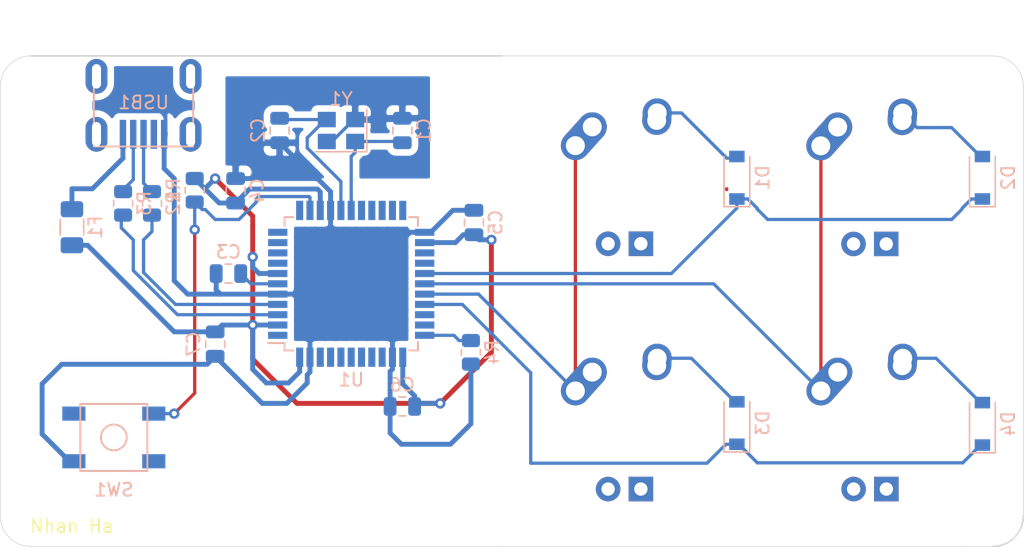
<source format=kicad_pcb>
(kicad_pcb (version 20171130) (host pcbnew "(5.1.4-0-10_14)")

  (general
    (thickness 1.6)
    (drawings 13)
    (tracks 218)
    (zones 0)
    (modules 24)
    (nets 45)
  )

  (page A4)
  (layers
    (0 F.Cu signal)
    (31 B.Cu signal)
    (32 B.Adhes user)
    (33 F.Adhes user)
    (34 B.Paste user)
    (35 F.Paste user)
    (36 B.SilkS user)
    (37 F.SilkS user)
    (38 B.Mask user)
    (39 F.Mask user)
    (40 Dwgs.User user)
    (41 Cmts.User user)
    (42 Eco1.User user)
    (43 Eco2.User user)
    (44 Edge.Cuts user)
    (45 Margin user)
    (46 B.CrtYd user)
    (47 F.CrtYd user)
    (48 B.Fab user)
    (49 F.Fab user)
  )

  (setup
    (last_trace_width 0.254)
    (trace_clearance 0.2)
    (zone_clearance 0.508)
    (zone_45_only no)
    (trace_min 0.000178)
    (via_size 0.8)
    (via_drill 0.4)
    (via_min_size 0.4)
    (via_min_drill 0.3)
    (uvia_size 0.3)
    (uvia_drill 0.1)
    (uvias_allowed no)
    (uvia_min_size 0.2)
    (uvia_min_drill 0.1)
    (edge_width 0.05)
    (segment_width 0.2)
    (pcb_text_width 0.3)
    (pcb_text_size 1.5 1.5)
    (mod_edge_width 0.12)
    (mod_text_size 1 1)
    (mod_text_width 0.15)
    (pad_size 2.7 1.7)
    (pad_drill 1.9)
    (pad_to_mask_clearance 0.051)
    (solder_mask_min_width 0.25)
    (aux_axis_origin 0 0)
    (visible_elements FFFFFF7F)
    (pcbplotparams
      (layerselection 0x010f0_ffffffff)
      (usegerberextensions true)
      (usegerberattributes false)
      (usegerberadvancedattributes false)
      (creategerberjobfile false)
      (excludeedgelayer true)
      (linewidth 0.100000)
      (plotframeref false)
      (viasonmask false)
      (mode 1)
      (useauxorigin false)
      (hpglpennumber 1)
      (hpglpenspeed 20)
      (hpglpendiameter 15.000000)
      (psnegative false)
      (psa4output false)
      (plotreference true)
      (plotvalue true)
      (plotinvisibletext false)
      (padsonsilk false)
      (subtractmaskfromsilk true)
      (outputformat 1)
      (mirror false)
      (drillshape 0)
      (scaleselection 1)
      (outputdirectory "gerber/"))
  )

  (net 0 "")
  (net 1 GND)
  (net 2 "Net-(C1-Pad1)")
  (net 3 "Net-(C2-Pad1)")
  (net 4 "Net-(C3-Pad1)")
  (net 5 +5V)
  (net 6 "Net-(D1-Pad2)")
  (net 7 ROW0)
  (net 8 "Net-(D2-Pad2)")
  (net 9 "Net-(D3-Pad2)")
  (net 10 ROW1)
  (net 11 "Net-(D4-Pad2)")
  (net 12 VCC)
  (net 13 COL0)
  (net 14 COL1)
  (net 15 "Net-(R1-Pad2)")
  (net 16 D+)
  (net 17 "Net-(R2-Pad1)")
  (net 18 D-)
  (net 19 "Net-(R3-Pad1)")
  (net 20 "Net-(R4-Pad2)")
  (net 21 "Net-(U1-Pad42)")
  (net 22 "Net-(U1-Pad41)")
  (net 23 "Net-(U1-Pad40)")
  (net 24 "Net-(U1-Pad39)")
  (net 25 "Net-(U1-Pad38)")
  (net 26 "Net-(U1-Pad37)")
  (net 27 "Net-(U1-Pad36)")
  (net 28 "Net-(U1-Pad32)")
  (net 29 "Net-(U1-Pad31)")
  (net 30 "Net-(U1-Pad26)")
  (net 31 "Net-(U1-Pad25)")
  (net 32 "Net-(U1-Pad22)")
  (net 33 "Net-(U1-Pad21)")
  (net 34 "Net-(U1-Pad20)")
  (net 35 "Net-(U1-Pad19)")
  (net 36 "Net-(U1-Pad18)")
  (net 37 "Net-(U1-Pad12)")
  (net 38 "Net-(U1-Pad11)")
  (net 39 "Net-(U1-Pad10)")
  (net 40 "Net-(U1-Pad9)")
  (net 41 "Net-(U1-Pad8)")
  (net 42 "Net-(U1-Pad1)")
  (net 43 "Net-(USB1-Pad6)")
  (net 44 "Net-(USB1-Pad2)")

  (net_class Default "This is the default net class."
    (clearance 0.2)
    (trace_width 0.254)
    (via_dia 0.8)
    (via_drill 0.4)
    (uvia_dia 0.3)
    (uvia_drill 0.1)
    (diff_pair_width 7.874015)
    (diff_pair_gap 0.25)
    (add_net COL0)
    (add_net COL1)
    (add_net D+)
    (add_net D-)
    (add_net "Net-(C1-Pad1)")
    (add_net "Net-(C2-Pad1)")
    (add_net "Net-(C3-Pad1)")
    (add_net "Net-(D1-Pad2)")
    (add_net "Net-(D2-Pad2)")
    (add_net "Net-(D3-Pad2)")
    (add_net "Net-(D4-Pad2)")
    (add_net "Net-(R1-Pad2)")
    (add_net "Net-(R2-Pad1)")
    (add_net "Net-(R3-Pad1)")
    (add_net "Net-(R4-Pad2)")
    (add_net "Net-(U1-Pad1)")
    (add_net "Net-(U1-Pad10)")
    (add_net "Net-(U1-Pad11)")
    (add_net "Net-(U1-Pad12)")
    (add_net "Net-(U1-Pad18)")
    (add_net "Net-(U1-Pad19)")
    (add_net "Net-(U1-Pad20)")
    (add_net "Net-(U1-Pad21)")
    (add_net "Net-(U1-Pad22)")
    (add_net "Net-(U1-Pad25)")
    (add_net "Net-(U1-Pad26)")
    (add_net "Net-(U1-Pad31)")
    (add_net "Net-(U1-Pad32)")
    (add_net "Net-(U1-Pad36)")
    (add_net "Net-(U1-Pad37)")
    (add_net "Net-(U1-Pad38)")
    (add_net "Net-(U1-Pad39)")
    (add_net "Net-(U1-Pad40)")
    (add_net "Net-(U1-Pad41)")
    (add_net "Net-(U1-Pad42)")
    (add_net "Net-(U1-Pad8)")
    (add_net "Net-(U1-Pad9)")
    (add_net "Net-(USB1-Pad2)")
    (add_net "Net-(USB1-Pad6)")
    (add_net ROW0)
    (add_net ROW1)
  )

  (net_class power ""
    (clearance 0.2)
    (trace_width 0.381)
    (via_dia 0.8)
    (via_drill 0.4)
    (uvia_dia 0.3)
    (uvia_drill 0.1)
    (diff_pair_width 7.874015)
    (diff_pair_gap 0.25)
    (add_net +5V)
    (add_net GND)
    (add_net VCC)
  )

  (module random-keyboard-parts:Molex-0548190589 (layer B.Cu) (tedit 6126CE79) (tstamp 6127E823)
    (at 64.29375 26.9875 270)
    (path /612522A7)
    (attr smd)
    (fp_text reference USB1 (at 2.032 0) (layer B.SilkS)
      (effects (font (size 1 1) (thickness 0.15)) (justify mirror))
    )
    (fp_text value Molex-0548190589 (at -5.08 0) (layer Dwgs.User)
      (effects (font (size 1 1) (thickness 0.15)))
    )
    (fp_text user %R (at 2 0) (layer B.CrtYd)
      (effects (font (size 1 1) (thickness 0.15)) (justify mirror))
    )
    (fp_line (start 3.25 1.25) (end 5.5 1.25) (layer B.CrtYd) (width 0.15))
    (fp_line (start 5.5 0.5) (end 3.25 0.5) (layer B.CrtYd) (width 0.15))
    (fp_line (start 3.25 -0.5) (end 5.5 -0.5) (layer B.CrtYd) (width 0.15))
    (fp_line (start 5.5 -1.25) (end 3.25 -1.25) (layer B.CrtYd) (width 0.15))
    (fp_line (start 3.25 -2) (end 5.5 -2) (layer B.CrtYd) (width 0.15))
    (fp_line (start 3.25 2) (end 3.25 -2) (layer B.CrtYd) (width 0.15))
    (fp_line (start 5.5 2) (end 3.25 2) (layer B.CrtYd) (width 0.15))
    (fp_line (start -3.75 -3.75) (end -3.75 3.75) (layer B.CrtYd) (width 0.15))
    (fp_line (start 5.5 -3.75) (end -3.75 -3.75) (layer B.CrtYd) (width 0.15))
    (fp_line (start 5.5 3.75) (end 5.5 -3.75) (layer B.CrtYd) (width 0.15))
    (fp_line (start -3.75 3.75) (end 5.5 3.75) (layer B.CrtYd) (width 0.15))
    (fp_line (start 0 3.85) (end 5.45 3.85) (layer B.SilkS) (width 0.15))
    (fp_line (start 0 -3.85) (end 5.45 -3.85) (layer B.SilkS) (width 0.15))
    (fp_line (start 5.45 3.85) (end 5.45 -3.85) (layer B.SilkS) (width 0.15))
    (fp_line (start -3.75 3.85) (end 0 3.85) (layer Dwgs.User) (width 0.15))
    (fp_line (start -3.75 -3.85) (end 0 -3.85) (layer Dwgs.User) (width 0.15))
    (fp_line (start -1.75 4.572) (end -1.75 -4.572) (layer Dwgs.User) (width 0.15))
    (fp_line (start -3.75 3.85) (end -3.75 -3.85) (layer Dwgs.User) (width 0.15))
    (pad 6 thru_hole oval (at 0 3.65 270) (size 2.7 1.7) (drill oval 1.9 0.7) (layers *.Cu *.Mask)
      (net 43 "Net-(USB1-Pad6)"))
    (pad 6 thru_hole oval (at 0 -3.65 270) (size 2.7 1.7) (drill oval 1.9 0.7) (layers *.Cu *.Mask)
      (net 43 "Net-(USB1-Pad6)"))
    (pad 6 thru_hole oval (at 4.5 -3.65 270) (size 2.7 1.7) (drill oval 1.9 0.7) (layers *.Cu *.Mask)
      (net 43 "Net-(USB1-Pad6)"))
    (pad 6 thru_hole oval (at 4.5 3.65 270) (size 2.7 1.7) (drill oval 1.9 0.7) (layers *.Cu *.Mask)
      (net 43 "Net-(USB1-Pad6)"))
    (pad 5 smd rect (at 4.5 1.6 270) (size 2.25 0.5) (layers B.Cu B.Paste B.Mask)
      (net 12 VCC))
    (pad 4 smd rect (at 4.5 0.8 270) (size 2.25 0.5) (layers B.Cu B.Paste B.Mask)
      (net 18 D-))
    (pad 3 smd rect (at 4.5 0 270) (size 2.25 0.5) (layers B.Cu B.Paste B.Mask)
      (net 16 D+))
    (pad 2 smd rect (at 4.5 -0.8 270) (size 2.25 0.5) (layers B.Cu B.Paste B.Mask)
      (net 44 "Net-(USB1-Pad2)"))
    (pad 1 smd rect (at 4.5 -1.6 270) (size 2.25 0.5) (layers B.Cu B.Paste B.Mask)
      (net 1 GND))
  )

  (module random-keyboard-parts:SKQG-1155865 (layer B.Cu) (tedit 5E62B398) (tstamp 61255AE4)
    (at 61.9875 55.03125 180)
    (path /61261BDA)
    (attr smd)
    (fp_text reference SW1 (at 0 -4.064) (layer B.SilkS)
      (effects (font (size 1 1) (thickness 0.15)) (justify mirror))
    )
    (fp_text value SW_Push (at 0 4.064) (layer B.Fab)
      (effects (font (size 1 1) (thickness 0.15)) (justify mirror))
    )
    (fp_line (start -2.6 2.6) (end 2.6 2.6) (layer B.SilkS) (width 0.15))
    (fp_line (start 2.6 2.6) (end 2.6 -2.6) (layer B.SilkS) (width 0.15))
    (fp_line (start 2.6 -2.6) (end -2.6 -2.6) (layer B.SilkS) (width 0.15))
    (fp_line (start -2.6 -2.6) (end -2.6 2.6) (layer B.SilkS) (width 0.15))
    (fp_circle (center 0 0) (end 1 0) (layer B.SilkS) (width 0.15))
    (fp_line (start -4.2 2.6) (end 4.2 2.6) (layer B.Fab) (width 0.15))
    (fp_line (start 4.2 2.6) (end 4.2 1.2) (layer B.Fab) (width 0.15))
    (fp_line (start 4.2 1.1) (end 2.6 1.1) (layer B.Fab) (width 0.15))
    (fp_line (start 2.6 1.1) (end 2.6 -1.1) (layer B.Fab) (width 0.15))
    (fp_line (start 2.6 -1.1) (end 4.2 -1.1) (layer B.Fab) (width 0.15))
    (fp_line (start 4.2 -1.1) (end 4.2 -2.6) (layer B.Fab) (width 0.15))
    (fp_line (start 4.2 -2.6) (end -4.2 -2.6) (layer B.Fab) (width 0.15))
    (fp_line (start -4.2 -2.6) (end -4.2 -1.1) (layer B.Fab) (width 0.15))
    (fp_line (start -4.2 -1.1) (end -2.6 -1.1) (layer B.Fab) (width 0.15))
    (fp_line (start -2.6 -1.1) (end -2.6 1.1) (layer B.Fab) (width 0.15))
    (fp_line (start -2.6 1.1) (end -4.2 1.1) (layer B.Fab) (width 0.15))
    (fp_line (start -4.2 1.1) (end -4.2 2.6) (layer B.Fab) (width 0.15))
    (fp_circle (center 0 0) (end 1 0) (layer B.Fab) (width 0.15))
    (fp_line (start -2.6 1.1) (end -1.1 2.6) (layer B.Fab) (width 0.15))
    (fp_line (start 2.6 1.1) (end 1.1 2.6) (layer B.Fab) (width 0.15))
    (fp_line (start 2.6 -1.1) (end 1.1 -2.6) (layer B.Fab) (width 0.15))
    (fp_line (start -2.6 -1.1) (end -1.1 -2.6) (layer B.Fab) (width 0.15))
    (pad 4 smd rect (at -3.1 -1.85 180) (size 1.8 1.1) (layers B.Cu B.Paste B.Mask))
    (pad 3 smd rect (at 3.1 1.85 180) (size 1.8 1.1) (layers B.Cu B.Paste B.Mask))
    (pad 2 smd rect (at -3.1 1.85 180) (size 1.8 1.1) (layers B.Cu B.Paste B.Mask)
      (net 15 "Net-(R1-Pad2)"))
    (pad 1 smd rect (at 3.1 -1.85 180) (size 1.8 1.1) (layers B.Cu B.Paste B.Mask)
      (net 1 GND))
    (model ${KISYS3DMOD}/Button_Switch_SMD.3dshapes/SW_SPST_TL3342.step
      (at (xyz 0 0 0))
      (scale (xyz 1 1 1))
      (rotate (xyz 0 0 0))
    )
  )

  (module MX_Alps_Hybrid:MX-1U (layer F.Cu) (tedit 5A9F3A9A) (tstamp 6126D280)
    (at 120.659488 53.95934)
    (path /61265E05)
    (fp_text reference MX4 (at 0 3.175) (layer Dwgs.User)
      (effects (font (size 1 1) (thickness 0.15)))
    )
    (fp_text value MX-NoLED (at 0 -7.9375) (layer Dwgs.User)
      (effects (font (size 1 1) (thickness 0.15)))
    )
    (fp_line (start -9.525 9.525) (end -9.525 -9.525) (layer Dwgs.User) (width 0.15))
    (fp_line (start 9.525 9.525) (end -9.525 9.525) (layer Dwgs.User) (width 0.15))
    (fp_line (start 9.525 -9.525) (end 9.525 9.525) (layer Dwgs.User) (width 0.15))
    (fp_line (start -9.525 -9.525) (end 9.525 -9.525) (layer Dwgs.User) (width 0.15))
    (fp_line (start -7 -7) (end -7 -5) (layer Dwgs.User) (width 0.15))
    (fp_line (start -5 -7) (end -7 -7) (layer Dwgs.User) (width 0.15))
    (fp_line (start -7 7) (end -5 7) (layer Dwgs.User) (width 0.15))
    (fp_line (start -7 5) (end -7 7) (layer Dwgs.User) (width 0.15))
    (fp_line (start 7 7) (end 7 5) (layer Dwgs.User) (width 0.15))
    (fp_line (start 5 7) (end 7 7) (layer Dwgs.User) (width 0.15))
    (fp_line (start 7 -7) (end 7 -5) (layer Dwgs.User) (width 0.15))
    (fp_line (start 5 -7) (end 7 -7) (layer Dwgs.User) (width 0.15))
    (pad "" np_thru_hole circle (at 5.08 0 48.0996) (size 1.75 1.75) (drill 1.75) (layers *.Cu *.Mask))
    (pad "" np_thru_hole circle (at -5.08 0 48.0996) (size 1.75 1.75) (drill 1.75) (layers *.Cu *.Mask))
    (pad 4 thru_hole rect (at 1.27 5.08) (size 1.905 1.905) (drill 1.04) (layers *.Cu B.Mask))
    (pad 3 thru_hole circle (at -1.27 5.08) (size 1.905 1.905) (drill 1.04) (layers *.Cu B.Mask))
    (pad 1 thru_hole circle (at -2.5 -4) (size 2.25 2.25) (drill 1.47) (layers *.Cu B.Mask)
      (net 14 COL1))
    (pad "" np_thru_hole circle (at 0 0) (size 3.9878 3.9878) (drill 3.9878) (layers *.Cu *.Mask))
    (pad 1 thru_hole oval (at -3.81 -2.54 48.0996) (size 4.211556 2.25) (drill 1.47 (offset 0.980778 0)) (layers *.Cu B.Mask)
      (net 14 COL1))
    (pad 2 thru_hole circle (at 2.54 -5.08) (size 2.25 2.25) (drill 1.47) (layers *.Cu B.Mask)
      (net 11 "Net-(D4-Pad2)"))
    (pad 2 thru_hole oval (at 2.5 -4.5 86.0548) (size 2.831378 2.25) (drill 1.47 (offset 0.290689 0)) (layers *.Cu B.Mask)
      (net 11 "Net-(D4-Pad2)"))
  )

  (module MX_Alps_Hybrid:MX-1U (layer F.Cu) (tedit 5A9F3A9A) (tstamp 61255A6B)
    (at 101.609488 53.95934)
    (path /61263ED7)
    (fp_text reference MX3 (at 0 3.175) (layer Dwgs.User)
      (effects (font (size 1 1) (thickness 0.15)))
    )
    (fp_text value MX-NoLED (at 0 -7.9375) (layer Dwgs.User)
      (effects (font (size 1 1) (thickness 0.15)))
    )
    (fp_line (start -9.525 9.525) (end -9.525 -9.525) (layer Dwgs.User) (width 0.15))
    (fp_line (start 9.525 9.525) (end -9.525 9.525) (layer Dwgs.User) (width 0.15))
    (fp_line (start 9.525 -9.525) (end 9.525 9.525) (layer Dwgs.User) (width 0.15))
    (fp_line (start -9.525 -9.525) (end 9.525 -9.525) (layer Dwgs.User) (width 0.15))
    (fp_line (start -7 -7) (end -7 -5) (layer Dwgs.User) (width 0.15))
    (fp_line (start -5 -7) (end -7 -7) (layer Dwgs.User) (width 0.15))
    (fp_line (start -7 7) (end -5 7) (layer Dwgs.User) (width 0.15))
    (fp_line (start -7 5) (end -7 7) (layer Dwgs.User) (width 0.15))
    (fp_line (start 7 7) (end 7 5) (layer Dwgs.User) (width 0.15))
    (fp_line (start 5 7) (end 7 7) (layer Dwgs.User) (width 0.15))
    (fp_line (start 7 -7) (end 7 -5) (layer Dwgs.User) (width 0.15))
    (fp_line (start 5 -7) (end 7 -7) (layer Dwgs.User) (width 0.15))
    (pad "" np_thru_hole circle (at 5.08 0 48.0996) (size 1.75 1.75) (drill 1.75) (layers *.Cu *.Mask))
    (pad "" np_thru_hole circle (at -5.08 0 48.0996) (size 1.75 1.75) (drill 1.75) (layers *.Cu *.Mask))
    (pad 4 thru_hole rect (at 1.27 5.08) (size 1.905 1.905) (drill 1.04) (layers *.Cu B.Mask))
    (pad 3 thru_hole circle (at -1.27 5.08) (size 1.905 1.905) (drill 1.04) (layers *.Cu B.Mask))
    (pad 1 thru_hole circle (at -2.5 -4) (size 2.25 2.25) (drill 1.47) (layers *.Cu B.Mask)
      (net 13 COL0))
    (pad "" np_thru_hole circle (at 0 0) (size 3.9878 3.9878) (drill 3.9878) (layers *.Cu *.Mask))
    (pad 1 thru_hole oval (at -3.81 -2.54 48.0996) (size 4.211556 2.25) (drill 1.47 (offset 0.980778 0)) (layers *.Cu B.Mask)
      (net 13 COL0))
    (pad 2 thru_hole circle (at 2.54 -5.08) (size 2.25 2.25) (drill 1.47) (layers *.Cu B.Mask)
      (net 9 "Net-(D3-Pad2)"))
    (pad 2 thru_hole oval (at 2.5 -4.5 86.0548) (size 2.831378 2.25) (drill 1.47 (offset 0.290689 0)) (layers *.Cu B.Mask)
      (net 9 "Net-(D3-Pad2)"))
  )

  (module MX_Alps_Hybrid:MX-1U (layer F.Cu) (tedit 5A9F3A9A) (tstamp 6127008D)
    (at 120.65 34.925)
    (path /61262832)
    (fp_text reference MX2 (at 0 3.175) (layer Dwgs.User)
      (effects (font (size 1 1) (thickness 0.15)))
    )
    (fp_text value MX-NoLED (at 0 -7.9375) (layer Dwgs.User)
      (effects (font (size 1 1) (thickness 0.15)))
    )
    (fp_line (start -9.525 9.525) (end -9.525 -9.525) (layer Dwgs.User) (width 0.15))
    (fp_line (start 9.525 9.525) (end -9.525 9.525) (layer Dwgs.User) (width 0.15))
    (fp_line (start 9.525 -9.525) (end 9.525 9.525) (layer Dwgs.User) (width 0.15))
    (fp_line (start -9.525 -9.525) (end 9.525 -9.525) (layer Dwgs.User) (width 0.15))
    (fp_line (start -7 -7) (end -7 -5) (layer Dwgs.User) (width 0.15))
    (fp_line (start -5 -7) (end -7 -7) (layer Dwgs.User) (width 0.15))
    (fp_line (start -7 7) (end -5 7) (layer Dwgs.User) (width 0.15))
    (fp_line (start -7 5) (end -7 7) (layer Dwgs.User) (width 0.15))
    (fp_line (start 7 7) (end 7 5) (layer Dwgs.User) (width 0.15))
    (fp_line (start 5 7) (end 7 7) (layer Dwgs.User) (width 0.15))
    (fp_line (start 7 -7) (end 7 -5) (layer Dwgs.User) (width 0.15))
    (fp_line (start 5 -7) (end 7 -7) (layer Dwgs.User) (width 0.15))
    (pad "" np_thru_hole circle (at 5.08 0 48.0996) (size 1.75 1.75) (drill 1.75) (layers *.Cu *.Mask))
    (pad "" np_thru_hole circle (at -5.08 0 48.0996) (size 1.75 1.75) (drill 1.75) (layers *.Cu *.Mask))
    (pad 4 thru_hole rect (at 1.27 5.08) (size 1.905 1.905) (drill 1.04) (layers *.Cu B.Mask))
    (pad 3 thru_hole circle (at -1.27 5.08) (size 1.905 1.905) (drill 1.04) (layers *.Cu B.Mask))
    (pad 1 thru_hole circle (at -2.5 -4) (size 2.25 2.25) (drill 1.47) (layers *.Cu B.Mask)
      (net 14 COL1))
    (pad "" np_thru_hole circle (at 0 0) (size 3.9878 3.9878) (drill 3.9878) (layers *.Cu *.Mask))
    (pad 1 thru_hole oval (at -3.81 -2.54 48.0996) (size 4.211556 2.25) (drill 1.47 (offset 0.980778 0)) (layers *.Cu B.Mask)
      (net 14 COL1))
    (pad 2 thru_hole circle (at 2.54 -5.08) (size 2.25 2.25) (drill 1.47) (layers *.Cu B.Mask)
      (net 8 "Net-(D2-Pad2)"))
    (pad 2 thru_hole oval (at 2.5 -4.5 86.0548) (size 2.831378 2.25) (drill 1.47 (offset 0.290689 0)) (layers *.Cu B.Mask)
      (net 8 "Net-(D2-Pad2)"))
  )

  (module MX_Alps_Hybrid:MX-1U (layer F.Cu) (tedit 5A9F3A9A) (tstamp 6125930C)
    (at 101.609488 34.90934)
    (path /6125CA13)
    (fp_text reference MX1 (at 0 3.175) (layer Dwgs.User)
      (effects (font (size 1 1) (thickness 0.15)))
    )
    (fp_text value MX-NoLED (at 0 -7.9375) (layer Dwgs.User)
      (effects (font (size 1 1) (thickness 0.15)))
    )
    (fp_line (start -9.525 9.525) (end -9.525 -9.525) (layer Dwgs.User) (width 0.15))
    (fp_line (start 9.525 9.525) (end -9.525 9.525) (layer Dwgs.User) (width 0.15))
    (fp_line (start 9.525 -9.525) (end 9.525 9.525) (layer Dwgs.User) (width 0.15))
    (fp_line (start -9.525 -9.525) (end 9.525 -9.525) (layer Dwgs.User) (width 0.15))
    (fp_line (start -7 -7) (end -7 -5) (layer Dwgs.User) (width 0.15))
    (fp_line (start -5 -7) (end -7 -7) (layer Dwgs.User) (width 0.15))
    (fp_line (start -7 7) (end -5 7) (layer Dwgs.User) (width 0.15))
    (fp_line (start -7 5) (end -7 7) (layer Dwgs.User) (width 0.15))
    (fp_line (start 7 7) (end 7 5) (layer Dwgs.User) (width 0.15))
    (fp_line (start 5 7) (end 7 7) (layer Dwgs.User) (width 0.15))
    (fp_line (start 7 -7) (end 7 -5) (layer Dwgs.User) (width 0.15))
    (fp_line (start 5 -7) (end 7 -7) (layer Dwgs.User) (width 0.15))
    (pad "" np_thru_hole circle (at 5.08 0 48.0996) (size 1.75 1.75) (drill 1.75) (layers *.Cu *.Mask))
    (pad "" np_thru_hole circle (at -5.08 0 48.0996) (size 1.75 1.75) (drill 1.75) (layers *.Cu *.Mask))
    (pad 4 thru_hole rect (at 1.27 5.08) (size 1.905 1.905) (drill 1.04) (layers *.Cu B.Mask))
    (pad 3 thru_hole circle (at -1.27 5.08) (size 1.905 1.905) (drill 1.04) (layers *.Cu B.Mask))
    (pad 1 thru_hole circle (at -2.5 -4) (size 2.25 2.25) (drill 1.47) (layers *.Cu B.Mask)
      (net 13 COL0))
    (pad "" np_thru_hole circle (at 0 0) (size 3.9878 3.9878) (drill 3.9878) (layers *.Cu *.Mask))
    (pad 1 thru_hole oval (at -3.81 -2.54 48.0996) (size 4.211556 2.25) (drill 1.47 (offset 0.980778 0)) (layers *.Cu B.Mask)
      (net 13 COL0))
    (pad 2 thru_hole circle (at 2.54 -5.08) (size 2.25 2.25) (drill 1.47) (layers *.Cu B.Mask)
      (net 6 "Net-(D1-Pad2)"))
    (pad 2 thru_hole oval (at 2.5 -4.5 86.0548) (size 2.831378 2.25) (drill 1.47 (offset 0.290689 0)) (layers *.Cu B.Mask)
      (net 6 "Net-(D1-Pad2)"))
  )

  (module Crystal:Crystal_SMD_3225-4Pin_3.2x2.5mm (layer B.Cu) (tedit 5A0FD1B2) (tstamp 6126A611)
    (at 79.6125 31.19375 180)
    (descr "SMD Crystal SERIES SMD3225/4 http://www.txccrystal.com/images/pdf/7m-accuracy.pdf, 3.2x2.5mm^2 package")
    (tags "SMD SMT crystal")
    (path /61256D51)
    (attr smd)
    (fp_text reference Y1 (at 0 2.45) (layer B.SilkS)
      (effects (font (size 1 1) (thickness 0.15)) (justify mirror))
    )
    (fp_text value Crystal_GND24_Small (at 0 -2.45) (layer B.Fab)
      (effects (font (size 1 1) (thickness 0.15)) (justify mirror))
    )
    (fp_line (start 2.1 1.7) (end -2.1 1.7) (layer B.CrtYd) (width 0.05))
    (fp_line (start 2.1 -1.7) (end 2.1 1.7) (layer B.CrtYd) (width 0.05))
    (fp_line (start -2.1 -1.7) (end 2.1 -1.7) (layer B.CrtYd) (width 0.05))
    (fp_line (start -2.1 1.7) (end -2.1 -1.7) (layer B.CrtYd) (width 0.05))
    (fp_line (start -2 -1.65) (end 2 -1.65) (layer B.SilkS) (width 0.12))
    (fp_line (start -2 1.65) (end -2 -1.65) (layer B.SilkS) (width 0.12))
    (fp_line (start -1.6 -0.25) (end -0.6 -1.25) (layer B.Fab) (width 0.1))
    (fp_line (start 1.6 1.25) (end -1.6 1.25) (layer B.Fab) (width 0.1))
    (fp_line (start 1.6 -1.25) (end 1.6 1.25) (layer B.Fab) (width 0.1))
    (fp_line (start -1.6 -1.25) (end 1.6 -1.25) (layer B.Fab) (width 0.1))
    (fp_line (start -1.6 1.25) (end -1.6 -1.25) (layer B.Fab) (width 0.1))
    (fp_text user %R (at 0 0) (layer B.Fab)
      (effects (font (size 0.7 0.7) (thickness 0.105)) (justify mirror))
    )
    (pad 4 smd rect (at -1.1 0.85 180) (size 1.4 1.2) (layers B.Cu B.Paste B.Mask)
      (net 1 GND))
    (pad 3 smd rect (at 1.1 0.85 180) (size 1.4 1.2) (layers B.Cu B.Paste B.Mask)
      (net 3 "Net-(C2-Pad1)"))
    (pad 2 smd rect (at 1.1 -0.85 180) (size 1.4 1.2) (layers B.Cu B.Paste B.Mask)
      (net 1 GND))
    (pad 1 smd rect (at -1.1 -0.85 180) (size 1.4 1.2) (layers B.Cu B.Paste B.Mask)
      (net 2 "Net-(C1-Pad1)"))
    (model ${KISYS3DMOD}/Crystal.3dshapes/Crystal_SMD_3225-4Pin_3.2x2.5mm.wrl
      (at (xyz 0 0 0))
      (scale (xyz 1 1 1))
      (rotate (xyz 0 0 0))
    )
  )

  (module Package_QFP:TQFP-44_10x10mm_P0.8mm (layer B.Cu) (tedit 5A02F146) (tstamp 6126B6D5)
    (at 80.40625 43.1)
    (descr "44-Lead Plastic Thin Quad Flatpack (PT) - 10x10x1.0 mm Body [TQFP] (see Microchip Packaging Specification 00000049BS.pdf)")
    (tags "QFP 0.8")
    (path /612426AF)
    (attr smd)
    (fp_text reference U1 (at 0 7.45) (layer B.SilkS)
      (effects (font (size 1 1) (thickness 0.15)) (justify mirror))
    )
    (fp_text value ATmega32U4-A (at 0 -7.45) (layer B.Fab)
      (effects (font (size 1 1) (thickness 0.15)) (justify mirror))
    )
    (fp_line (start -5.175 4.6) (end -6.45 4.6) (layer B.SilkS) (width 0.15))
    (fp_line (start 5.175 5.175) (end 4.5 5.175) (layer B.SilkS) (width 0.15))
    (fp_line (start 5.175 -5.175) (end 4.5 -5.175) (layer B.SilkS) (width 0.15))
    (fp_line (start -5.175 -5.175) (end -4.5 -5.175) (layer B.SilkS) (width 0.15))
    (fp_line (start -5.175 5.175) (end -4.5 5.175) (layer B.SilkS) (width 0.15))
    (fp_line (start -5.175 -5.175) (end -5.175 -4.5) (layer B.SilkS) (width 0.15))
    (fp_line (start 5.175 -5.175) (end 5.175 -4.5) (layer B.SilkS) (width 0.15))
    (fp_line (start 5.175 5.175) (end 5.175 4.5) (layer B.SilkS) (width 0.15))
    (fp_line (start -5.175 5.175) (end -5.175 4.6) (layer B.SilkS) (width 0.15))
    (fp_line (start -6.7 -6.7) (end 6.7 -6.7) (layer B.CrtYd) (width 0.05))
    (fp_line (start -6.7 6.7) (end 6.7 6.7) (layer B.CrtYd) (width 0.05))
    (fp_line (start 6.7 6.7) (end 6.7 -6.7) (layer B.CrtYd) (width 0.05))
    (fp_line (start -6.7 6.7) (end -6.7 -6.7) (layer B.CrtYd) (width 0.05))
    (fp_line (start -5 4) (end -4 5) (layer B.Fab) (width 0.15))
    (fp_line (start -5 -5) (end -5 4) (layer B.Fab) (width 0.15))
    (fp_line (start 5 -5) (end -5 -5) (layer B.Fab) (width 0.15))
    (fp_line (start 5 5) (end 5 -5) (layer B.Fab) (width 0.15))
    (fp_line (start -4 5) (end 5 5) (layer B.Fab) (width 0.15))
    (fp_text user %R (at 0 0) (layer B.Fab)
      (effects (font (size 1 1) (thickness 0.15)) (justify mirror))
    )
    (pad 44 smd rect (at -4 5.7 270) (size 1.5 0.55) (layers B.Cu B.Paste B.Mask)
      (net 5 +5V))
    (pad 43 smd rect (at -3.2 5.7 270) (size 1.5 0.55) (layers B.Cu B.Paste B.Mask)
      (net 1 GND))
    (pad 42 smd rect (at -2.4 5.7 270) (size 1.5 0.55) (layers B.Cu B.Paste B.Mask)
      (net 21 "Net-(U1-Pad42)"))
    (pad 41 smd rect (at -1.6 5.7 270) (size 1.5 0.55) (layers B.Cu B.Paste B.Mask)
      (net 22 "Net-(U1-Pad41)"))
    (pad 40 smd rect (at -0.8 5.7 270) (size 1.5 0.55) (layers B.Cu B.Paste B.Mask)
      (net 23 "Net-(U1-Pad40)"))
    (pad 39 smd rect (at 0 5.7 270) (size 1.5 0.55) (layers B.Cu B.Paste B.Mask)
      (net 24 "Net-(U1-Pad39)"))
    (pad 38 smd rect (at 0.8 5.7 270) (size 1.5 0.55) (layers B.Cu B.Paste B.Mask)
      (net 25 "Net-(U1-Pad38)"))
    (pad 37 smd rect (at 1.6 5.7 270) (size 1.5 0.55) (layers B.Cu B.Paste B.Mask)
      (net 26 "Net-(U1-Pad37)"))
    (pad 36 smd rect (at 2.4 5.7 270) (size 1.5 0.55) (layers B.Cu B.Paste B.Mask)
      (net 27 "Net-(U1-Pad36)"))
    (pad 35 smd rect (at 3.2 5.7 270) (size 1.5 0.55) (layers B.Cu B.Paste B.Mask)
      (net 1 GND))
    (pad 34 smd rect (at 4 5.7 270) (size 1.5 0.55) (layers B.Cu B.Paste B.Mask)
      (net 5 +5V))
    (pad 33 smd rect (at 5.7 4) (size 1.5 0.55) (layers B.Cu B.Paste B.Mask)
      (net 20 "Net-(R4-Pad2)"))
    (pad 32 smd rect (at 5.7 3.2) (size 1.5 0.55) (layers B.Cu B.Paste B.Mask)
      (net 28 "Net-(U1-Pad32)"))
    (pad 31 smd rect (at 5.7 2.4) (size 1.5 0.55) (layers B.Cu B.Paste B.Mask)
      (net 29 "Net-(U1-Pad31)"))
    (pad 30 smd rect (at 5.7 1.6) (size 1.5 0.55) (layers B.Cu B.Paste B.Mask)
      (net 10 ROW1))
    (pad 29 smd rect (at 5.7 0.8) (size 1.5 0.55) (layers B.Cu B.Paste B.Mask)
      (net 13 COL0))
    (pad 28 smd rect (at 5.7 0) (size 1.5 0.55) (layers B.Cu B.Paste B.Mask)
      (net 14 COL1))
    (pad 27 smd rect (at 5.7 -0.8) (size 1.5 0.55) (layers B.Cu B.Paste B.Mask)
      (net 7 ROW0))
    (pad 26 smd rect (at 5.7 -1.6) (size 1.5 0.55) (layers B.Cu B.Paste B.Mask)
      (net 30 "Net-(U1-Pad26)"))
    (pad 25 smd rect (at 5.7 -2.4) (size 1.5 0.55) (layers B.Cu B.Paste B.Mask)
      (net 31 "Net-(U1-Pad25)"))
    (pad 24 smd rect (at 5.7 -3.2) (size 1.5 0.55) (layers B.Cu B.Paste B.Mask)
      (net 5 +5V))
    (pad 23 smd rect (at 5.7 -4) (size 1.5 0.55) (layers B.Cu B.Paste B.Mask)
      (net 1 GND))
    (pad 22 smd rect (at 4 -5.7 270) (size 1.5 0.55) (layers B.Cu B.Paste B.Mask)
      (net 32 "Net-(U1-Pad22)"))
    (pad 21 smd rect (at 3.2 -5.7 270) (size 1.5 0.55) (layers B.Cu B.Paste B.Mask)
      (net 33 "Net-(U1-Pad21)"))
    (pad 20 smd rect (at 2.4 -5.7 270) (size 1.5 0.55) (layers B.Cu B.Paste B.Mask)
      (net 34 "Net-(U1-Pad20)"))
    (pad 19 smd rect (at 1.6 -5.7 270) (size 1.5 0.55) (layers B.Cu B.Paste B.Mask)
      (net 35 "Net-(U1-Pad19)"))
    (pad 18 smd rect (at 0.8 -5.7 270) (size 1.5 0.55) (layers B.Cu B.Paste B.Mask)
      (net 36 "Net-(U1-Pad18)"))
    (pad 17 smd rect (at 0 -5.7 270) (size 1.5 0.55) (layers B.Cu B.Paste B.Mask)
      (net 2 "Net-(C1-Pad1)"))
    (pad 16 smd rect (at -0.8 -5.7 270) (size 1.5 0.55) (layers B.Cu B.Paste B.Mask)
      (net 3 "Net-(C2-Pad1)"))
    (pad 15 smd rect (at -1.6 -5.7 270) (size 1.5 0.55) (layers B.Cu B.Paste B.Mask)
      (net 1 GND))
    (pad 14 smd rect (at -2.4 -5.7 270) (size 1.5 0.55) (layers B.Cu B.Paste B.Mask)
      (net 5 +5V))
    (pad 13 smd rect (at -3.2 -5.7 270) (size 1.5 0.55) (layers B.Cu B.Paste B.Mask)
      (net 15 "Net-(R1-Pad2)"))
    (pad 12 smd rect (at -4 -5.7 270) (size 1.5 0.55) (layers B.Cu B.Paste B.Mask)
      (net 37 "Net-(U1-Pad12)"))
    (pad 11 smd rect (at -5.7 -4) (size 1.5 0.55) (layers B.Cu B.Paste B.Mask)
      (net 38 "Net-(U1-Pad11)"))
    (pad 10 smd rect (at -5.7 -3.2) (size 1.5 0.55) (layers B.Cu B.Paste B.Mask)
      (net 39 "Net-(U1-Pad10)"))
    (pad 9 smd rect (at -5.7 -2.4) (size 1.5 0.55) (layers B.Cu B.Paste B.Mask)
      (net 40 "Net-(U1-Pad9)"))
    (pad 8 smd rect (at -5.7 -1.6) (size 1.5 0.55) (layers B.Cu B.Paste B.Mask)
      (net 41 "Net-(U1-Pad8)"))
    (pad 7 smd rect (at -5.7 -0.8) (size 1.5 0.55) (layers B.Cu B.Paste B.Mask)
      (net 5 +5V))
    (pad 6 smd rect (at -5.7 0) (size 1.5 0.55) (layers B.Cu B.Paste B.Mask)
      (net 4 "Net-(C3-Pad1)"))
    (pad 5 smd rect (at -5.7 0.8) (size 1.5 0.55) (layers B.Cu B.Paste B.Mask)
      (net 1 GND))
    (pad 4 smd rect (at -5.7 1.6) (size 1.5 0.55) (layers B.Cu B.Paste B.Mask)
      (net 17 "Net-(R2-Pad1)"))
    (pad 3 smd rect (at -5.7 2.4) (size 1.5 0.55) (layers B.Cu B.Paste B.Mask)
      (net 19 "Net-(R3-Pad1)"))
    (pad 2 smd rect (at -5.7 3.2) (size 1.5 0.55) (layers B.Cu B.Paste B.Mask)
      (net 5 +5V))
    (pad 1 smd rect (at -5.7 4) (size 1.5 0.55) (layers B.Cu B.Paste B.Mask)
      (net 42 "Net-(U1-Pad1)"))
    (model ${KISYS3DMOD}/Package_QFP.3dshapes/TQFP-44_10x10mm_P0.8mm.wrl
      (at (xyz 0 0 0))
      (scale (xyz 1 1 1))
      (rotate (xyz 0 0 0))
    )
  )

  (module Resistor_SMD:R_0805_2012Metric (layer B.Cu) (tedit 5F68FEEE) (tstamp 61255AC6)
    (at 89.69375 48.41875 90)
    (descr "Resistor SMD 0805 (2012 Metric), square (rectangular) end terminal, IPC_7351 nominal, (Body size source: IPC-SM-782 page 72, https://www.pcb-3d.com/wordpress/wp-content/uploads/ipc-sm-782a_amendment_1_and_2.pdf), generated with kicad-footprint-generator")
    (tags resistor)
    (path /61249384)
    (attr smd)
    (fp_text reference R4 (at 0 1.65 270) (layer B.SilkS)
      (effects (font (size 1 1) (thickness 0.15)) (justify mirror))
    )
    (fp_text value 10k (at 0 -1.65 270) (layer B.Fab)
      (effects (font (size 1 1) (thickness 0.15)) (justify mirror))
    )
    (fp_text user %R (at 0 0 270) (layer B.Fab)
      (effects (font (size 0.5 0.5) (thickness 0.08)) (justify mirror))
    )
    (fp_line (start 1.68 -0.95) (end -1.68 -0.95) (layer B.CrtYd) (width 0.05))
    (fp_line (start 1.68 0.95) (end 1.68 -0.95) (layer B.CrtYd) (width 0.05))
    (fp_line (start -1.68 0.95) (end 1.68 0.95) (layer B.CrtYd) (width 0.05))
    (fp_line (start -1.68 -0.95) (end -1.68 0.95) (layer B.CrtYd) (width 0.05))
    (fp_line (start -0.227064 -0.735) (end 0.227064 -0.735) (layer B.SilkS) (width 0.12))
    (fp_line (start -0.227064 0.735) (end 0.227064 0.735) (layer B.SilkS) (width 0.12))
    (fp_line (start 1 -0.625) (end -1 -0.625) (layer B.Fab) (width 0.1))
    (fp_line (start 1 0.625) (end 1 -0.625) (layer B.Fab) (width 0.1))
    (fp_line (start -1 0.625) (end 1 0.625) (layer B.Fab) (width 0.1))
    (fp_line (start -1 -0.625) (end -1 0.625) (layer B.Fab) (width 0.1))
    (pad 2 smd roundrect (at 0.9125 0 90) (size 1.025 1.4) (layers B.Cu B.Paste B.Mask) (roundrect_rratio 0.243902)
      (net 20 "Net-(R4-Pad2)"))
    (pad 1 smd roundrect (at -0.9125 0 90) (size 1.025 1.4) (layers B.Cu B.Paste B.Mask) (roundrect_rratio 0.243902)
      (net 1 GND))
    (model ${KISYS3DMOD}/Resistor_SMD.3dshapes/R_0805_2012Metric.wrl
      (at (xyz 0 0 0))
      (scale (xyz 1 1 1))
      (rotate (xyz 0 0 0))
    )
  )

  (module Resistor_SMD:R_0805_2012Metric (layer B.Cu) (tedit 5F68FEEE) (tstamp 61259E0D)
    (at 62.70625 36.852569 90)
    (descr "Resistor SMD 0805 (2012 Metric), square (rectangular) end terminal, IPC_7351 nominal, (Body size source: IPC-SM-782 page 72, https://www.pcb-3d.com/wordpress/wp-content/uploads/ipc-sm-782a_amendment_1_and_2.pdf), generated with kicad-footprint-generator")
    (tags resistor)
    (path /6124C799)
    (attr smd)
    (fp_text reference R3 (at 0 1.65 270) (layer B.SilkS)
      (effects (font (size 1 1) (thickness 0.15)) (justify mirror))
    )
    (fp_text value 22 (at 0 -1.65 270) (layer B.Fab)
      (effects (font (size 1 1) (thickness 0.15)) (justify mirror))
    )
    (fp_text user %R (at 0 0 270) (layer B.Fab)
      (effects (font (size 0.5 0.5) (thickness 0.08)) (justify mirror))
    )
    (fp_line (start 1.68 -0.95) (end -1.68 -0.95) (layer B.CrtYd) (width 0.05))
    (fp_line (start 1.68 0.95) (end 1.68 -0.95) (layer B.CrtYd) (width 0.05))
    (fp_line (start -1.68 0.95) (end 1.68 0.95) (layer B.CrtYd) (width 0.05))
    (fp_line (start -1.68 -0.95) (end -1.68 0.95) (layer B.CrtYd) (width 0.05))
    (fp_line (start -0.227064 -0.735) (end 0.227064 -0.735) (layer B.SilkS) (width 0.12))
    (fp_line (start -0.227064 0.735) (end 0.227064 0.735) (layer B.SilkS) (width 0.12))
    (fp_line (start 1 -0.625) (end -1 -0.625) (layer B.Fab) (width 0.1))
    (fp_line (start 1 0.625) (end 1 -0.625) (layer B.Fab) (width 0.1))
    (fp_line (start -1 0.625) (end 1 0.625) (layer B.Fab) (width 0.1))
    (fp_line (start -1 -0.625) (end -1 0.625) (layer B.Fab) (width 0.1))
    (pad 2 smd roundrect (at 0.9125 0 90) (size 1.025 1.4) (layers B.Cu B.Paste B.Mask) (roundrect_rratio 0.243902)
      (net 18 D-))
    (pad 1 smd roundrect (at -0.9125 0 90) (size 1.025 1.4) (layers B.Cu B.Paste B.Mask) (roundrect_rratio 0.243902)
      (net 19 "Net-(R3-Pad1)"))
    (model ${KISYS3DMOD}/Resistor_SMD.3dshapes/R_0805_2012Metric.wrl
      (at (xyz 0 0 0))
      (scale (xyz 1 1 1))
      (rotate (xyz 0 0 0))
    )
  )

  (module Resistor_SMD:R_0805_2012Metric (layer B.Cu) (tedit 5F68FEEE) (tstamp 61269DAE)
    (at 64.947891 36.852569 90)
    (descr "Resistor SMD 0805 (2012 Metric), square (rectangular) end terminal, IPC_7351 nominal, (Body size source: IPC-SM-782 page 72, https://www.pcb-3d.com/wordpress/wp-content/uploads/ipc-sm-782a_amendment_1_and_2.pdf), generated with kicad-footprint-generator")
    (tags resistor)
    (path /6124BB65)
    (attr smd)
    (fp_text reference R2 (at 0 1.65 270) (layer B.SilkS)
      (effects (font (size 1 1) (thickness 0.15)) (justify mirror))
    )
    (fp_text value 22 (at 0 -1.65 270) (layer B.Fab)
      (effects (font (size 1 1) (thickness 0.15)) (justify mirror))
    )
    (fp_text user %R (at 0 0 270) (layer B.Fab)
      (effects (font (size 0.5 0.5) (thickness 0.08)) (justify mirror))
    )
    (fp_line (start 1.68 -0.95) (end -1.68 -0.95) (layer B.CrtYd) (width 0.05))
    (fp_line (start 1.68 0.95) (end 1.68 -0.95) (layer B.CrtYd) (width 0.05))
    (fp_line (start -1.68 0.95) (end 1.68 0.95) (layer B.CrtYd) (width 0.05))
    (fp_line (start -1.68 -0.95) (end -1.68 0.95) (layer B.CrtYd) (width 0.05))
    (fp_line (start -0.227064 -0.735) (end 0.227064 -0.735) (layer B.SilkS) (width 0.12))
    (fp_line (start -0.227064 0.735) (end 0.227064 0.735) (layer B.SilkS) (width 0.12))
    (fp_line (start 1 -0.625) (end -1 -0.625) (layer B.Fab) (width 0.1))
    (fp_line (start 1 0.625) (end 1 -0.625) (layer B.Fab) (width 0.1))
    (fp_line (start -1 0.625) (end 1 0.625) (layer B.Fab) (width 0.1))
    (fp_line (start -1 -0.625) (end -1 0.625) (layer B.Fab) (width 0.1))
    (pad 2 smd roundrect (at 0.9125 0 90) (size 1.025 1.4) (layers B.Cu B.Paste B.Mask) (roundrect_rratio 0.243902)
      (net 16 D+))
    (pad 1 smd roundrect (at -0.9125 0 90) (size 1.025 1.4) (layers B.Cu B.Paste B.Mask) (roundrect_rratio 0.243902)
      (net 17 "Net-(R2-Pad1)"))
    (model ${KISYS3DMOD}/Resistor_SMD.3dshapes/R_0805_2012Metric.wrl
      (at (xyz 0 0 0))
      (scale (xyz 1 1 1))
      (rotate (xyz 0 0 0))
    )
  )

  (module Resistor_SMD:R_0805_2012Metric (layer B.Cu) (tedit 5F68FEEE) (tstamp 6126BBEB)
    (at 68.2625 35.8375 270)
    (descr "Resistor SMD 0805 (2012 Metric), square (rectangular) end terminal, IPC_7351 nominal, (Body size source: IPC-SM-782 page 72, https://www.pcb-3d.com/wordpress/wp-content/uploads/ipc-sm-782a_amendment_1_and_2.pdf), generated with kicad-footprint-generator")
    (tags resistor)
    (path /61264923)
    (attr smd)
    (fp_text reference R1 (at 0 1.65 270) (layer B.SilkS)
      (effects (font (size 1 1) (thickness 0.15)) (justify mirror))
    )
    (fp_text value 10k (at 0 -1.65 270) (layer B.Fab)
      (effects (font (size 1 1) (thickness 0.15)) (justify mirror))
    )
    (fp_text user %R (at 0 0 270) (layer B.Fab)
      (effects (font (size 0.5 0.5) (thickness 0.08)) (justify mirror))
    )
    (fp_line (start 1.68 -0.95) (end -1.68 -0.95) (layer B.CrtYd) (width 0.05))
    (fp_line (start 1.68 0.95) (end 1.68 -0.95) (layer B.CrtYd) (width 0.05))
    (fp_line (start -1.68 0.95) (end 1.68 0.95) (layer B.CrtYd) (width 0.05))
    (fp_line (start -1.68 -0.95) (end -1.68 0.95) (layer B.CrtYd) (width 0.05))
    (fp_line (start -0.227064 -0.735) (end 0.227064 -0.735) (layer B.SilkS) (width 0.12))
    (fp_line (start -0.227064 0.735) (end 0.227064 0.735) (layer B.SilkS) (width 0.12))
    (fp_line (start 1 -0.625) (end -1 -0.625) (layer B.Fab) (width 0.1))
    (fp_line (start 1 0.625) (end 1 -0.625) (layer B.Fab) (width 0.1))
    (fp_line (start -1 0.625) (end 1 0.625) (layer B.Fab) (width 0.1))
    (fp_line (start -1 -0.625) (end -1 0.625) (layer B.Fab) (width 0.1))
    (pad 2 smd roundrect (at 0.9125 0 270) (size 1.025 1.4) (layers B.Cu B.Paste B.Mask) (roundrect_rratio 0.243902)
      (net 15 "Net-(R1-Pad2)"))
    (pad 1 smd roundrect (at -0.9125 0 270) (size 1.025 1.4) (layers B.Cu B.Paste B.Mask) (roundrect_rratio 0.243902)
      (net 5 +5V))
    (model ${KISYS3DMOD}/Resistor_SMD.3dshapes/R_0805_2012Metric.wrl
      (at (xyz 0 0 0))
      (scale (xyz 1 1 1))
      (rotate (xyz 0 0 0))
    )
  )

  (module Fuse:Fuse_1206_3216Metric (layer B.Cu) (tedit 5F68FEF1) (tstamp 61259CAA)
    (at 58.7375 38.70625 90)
    (descr "Fuse SMD 1206 (3216 Metric), square (rectangular) end terminal, IPC_7351 nominal, (Body size source: http://www.tortai-tech.com/upload/download/2011102023233369053.pdf), generated with kicad-footprint-generator")
    (tags fuse)
    (path /61254E0B)
    (attr smd)
    (fp_text reference F1 (at 0 1.82 90) (layer B.SilkS)
      (effects (font (size 1 1) (thickness 0.15)) (justify mirror))
    )
    (fp_text value 500mA (at 0 -1.82 90) (layer B.Fab)
      (effects (font (size 1 1) (thickness 0.15)) (justify mirror))
    )
    (fp_text user %R (at 0 0 90) (layer B.Fab)
      (effects (font (size 0.8 0.8) (thickness 0.12)) (justify mirror))
    )
    (fp_line (start 2.28 -1.12) (end -2.28 -1.12) (layer B.CrtYd) (width 0.05))
    (fp_line (start 2.28 1.12) (end 2.28 -1.12) (layer B.CrtYd) (width 0.05))
    (fp_line (start -2.28 1.12) (end 2.28 1.12) (layer B.CrtYd) (width 0.05))
    (fp_line (start -2.28 -1.12) (end -2.28 1.12) (layer B.CrtYd) (width 0.05))
    (fp_line (start -0.602064 -0.91) (end 0.602064 -0.91) (layer B.SilkS) (width 0.12))
    (fp_line (start -0.602064 0.91) (end 0.602064 0.91) (layer B.SilkS) (width 0.12))
    (fp_line (start 1.6 -0.8) (end -1.6 -0.8) (layer B.Fab) (width 0.1))
    (fp_line (start 1.6 0.8) (end 1.6 -0.8) (layer B.Fab) (width 0.1))
    (fp_line (start -1.6 0.8) (end 1.6 0.8) (layer B.Fab) (width 0.1))
    (fp_line (start -1.6 -0.8) (end -1.6 0.8) (layer B.Fab) (width 0.1))
    (pad 2 smd roundrect (at 1.4 0 90) (size 1.25 1.75) (layers B.Cu B.Paste B.Mask) (roundrect_rratio 0.2)
      (net 12 VCC))
    (pad 1 smd roundrect (at -1.4 0 90) (size 1.25 1.75) (layers B.Cu B.Paste B.Mask) (roundrect_rratio 0.2)
      (net 5 +5V))
    (model ${KISYS3DMOD}/Fuse.3dshapes/Fuse_1206_3216Metric.wrl
      (at (xyz 0 0 0))
      (scale (xyz 1 1 1))
      (rotate (xyz 0 0 0))
    )
  )

  (module Diode_SMD:D_SOD-123 (layer B.Cu) (tedit 58645DC7) (tstamp 61255A15)
    (at 129.38125 53.975 90)
    (descr SOD-123)
    (tags SOD-123)
    (path /61265E0B)
    (attr smd)
    (fp_text reference D4 (at 0 2 270) (layer B.SilkS)
      (effects (font (size 1 1) (thickness 0.15)) (justify mirror))
    )
    (fp_text value D_Small (at 0 -2.1 270) (layer B.Fab)
      (effects (font (size 1 1) (thickness 0.15)) (justify mirror))
    )
    (fp_line (start -2.25 1) (end 1.65 1) (layer B.SilkS) (width 0.12))
    (fp_line (start -2.25 -1) (end 1.65 -1) (layer B.SilkS) (width 0.12))
    (fp_line (start -2.35 1.15) (end -2.35 -1.15) (layer B.CrtYd) (width 0.05))
    (fp_line (start 2.35 -1.15) (end -2.35 -1.15) (layer B.CrtYd) (width 0.05))
    (fp_line (start 2.35 1.15) (end 2.35 -1.15) (layer B.CrtYd) (width 0.05))
    (fp_line (start -2.35 1.15) (end 2.35 1.15) (layer B.CrtYd) (width 0.05))
    (fp_line (start -1.4 0.9) (end 1.4 0.9) (layer B.Fab) (width 0.1))
    (fp_line (start 1.4 0.9) (end 1.4 -0.9) (layer B.Fab) (width 0.1))
    (fp_line (start 1.4 -0.9) (end -1.4 -0.9) (layer B.Fab) (width 0.1))
    (fp_line (start -1.4 -0.9) (end -1.4 0.9) (layer B.Fab) (width 0.1))
    (fp_line (start -0.75 0) (end -0.35 0) (layer B.Fab) (width 0.1))
    (fp_line (start -0.35 0) (end -0.35 0.55) (layer B.Fab) (width 0.1))
    (fp_line (start -0.35 0) (end -0.35 -0.55) (layer B.Fab) (width 0.1))
    (fp_line (start -0.35 0) (end 0.25 0.4) (layer B.Fab) (width 0.1))
    (fp_line (start 0.25 0.4) (end 0.25 -0.4) (layer B.Fab) (width 0.1))
    (fp_line (start 0.25 -0.4) (end -0.35 0) (layer B.Fab) (width 0.1))
    (fp_line (start 0.25 0) (end 0.75 0) (layer B.Fab) (width 0.1))
    (fp_line (start -2.25 1) (end -2.25 -1) (layer B.SilkS) (width 0.12))
    (fp_text user %R (at 0 2 270) (layer B.Fab)
      (effects (font (size 1 1) (thickness 0.15)) (justify mirror))
    )
    (pad 2 smd rect (at 1.65 0 90) (size 0.9 1.2) (layers B.Cu B.Paste B.Mask)
      (net 11 "Net-(D4-Pad2)"))
    (pad 1 smd rect (at -1.65 0 90) (size 0.9 1.2) (layers B.Cu B.Paste B.Mask)
      (net 10 ROW1))
    (model ${KISYS3DMOD}/Diode_SMD.3dshapes/D_SOD-123.wrl
      (at (xyz 0 0 0))
      (scale (xyz 1 1 1))
      (rotate (xyz 0 0 0))
    )
  )

  (module Diode_SMD:D_SOD-123 (layer B.Cu) (tedit 58645DC7) (tstamp 612559FC)
    (at 110.33125 53.9125 90)
    (descr SOD-123)
    (tags SOD-123)
    (path /61263EDD)
    (attr smd)
    (fp_text reference D3 (at 0 2 270) (layer B.SilkS)
      (effects (font (size 1 1) (thickness 0.15)) (justify mirror))
    )
    (fp_text value D_Small (at 0 -2.1 270) (layer B.Fab)
      (effects (font (size 1 1) (thickness 0.15)) (justify mirror))
    )
    (fp_line (start -2.25 1) (end 1.65 1) (layer B.SilkS) (width 0.12))
    (fp_line (start -2.25 -1) (end 1.65 -1) (layer B.SilkS) (width 0.12))
    (fp_line (start -2.35 1.15) (end -2.35 -1.15) (layer B.CrtYd) (width 0.05))
    (fp_line (start 2.35 -1.15) (end -2.35 -1.15) (layer B.CrtYd) (width 0.05))
    (fp_line (start 2.35 1.15) (end 2.35 -1.15) (layer B.CrtYd) (width 0.05))
    (fp_line (start -2.35 1.15) (end 2.35 1.15) (layer B.CrtYd) (width 0.05))
    (fp_line (start -1.4 0.9) (end 1.4 0.9) (layer B.Fab) (width 0.1))
    (fp_line (start 1.4 0.9) (end 1.4 -0.9) (layer B.Fab) (width 0.1))
    (fp_line (start 1.4 -0.9) (end -1.4 -0.9) (layer B.Fab) (width 0.1))
    (fp_line (start -1.4 -0.9) (end -1.4 0.9) (layer B.Fab) (width 0.1))
    (fp_line (start -0.75 0) (end -0.35 0) (layer B.Fab) (width 0.1))
    (fp_line (start -0.35 0) (end -0.35 0.55) (layer B.Fab) (width 0.1))
    (fp_line (start -0.35 0) (end -0.35 -0.55) (layer B.Fab) (width 0.1))
    (fp_line (start -0.35 0) (end 0.25 0.4) (layer B.Fab) (width 0.1))
    (fp_line (start 0.25 0.4) (end 0.25 -0.4) (layer B.Fab) (width 0.1))
    (fp_line (start 0.25 -0.4) (end -0.35 0) (layer B.Fab) (width 0.1))
    (fp_line (start 0.25 0) (end 0.75 0) (layer B.Fab) (width 0.1))
    (fp_line (start -2.25 1) (end -2.25 -1) (layer B.SilkS) (width 0.12))
    (fp_text user %R (at 0 2 270) (layer B.Fab)
      (effects (font (size 1 1) (thickness 0.15)) (justify mirror))
    )
    (pad 2 smd rect (at 1.65 0 90) (size 0.9 1.2) (layers B.Cu B.Paste B.Mask)
      (net 9 "Net-(D3-Pad2)"))
    (pad 1 smd rect (at -1.65 0 90) (size 0.9 1.2) (layers B.Cu B.Paste B.Mask)
      (net 10 ROW1))
    (model ${KISYS3DMOD}/Diode_SMD.3dshapes/D_SOD-123.wrl
      (at (xyz 0 0 0))
      (scale (xyz 1 1 1))
      (rotate (xyz 0 0 0))
    )
  )

  (module Diode_SMD:D_SOD-123 (layer B.Cu) (tedit 58645DC7) (tstamp 612559E3)
    (at 129.38125 34.8625 90)
    (descr SOD-123)
    (tags SOD-123)
    (path /61262838)
    (attr smd)
    (fp_text reference D2 (at 0 2 270) (layer B.SilkS)
      (effects (font (size 1 1) (thickness 0.15)) (justify mirror))
    )
    (fp_text value D_Small (at 0 -2.1 270) (layer B.Fab)
      (effects (font (size 1 1) (thickness 0.15)) (justify mirror))
    )
    (fp_line (start -2.25 1) (end 1.65 1) (layer B.SilkS) (width 0.12))
    (fp_line (start -2.25 -1) (end 1.65 -1) (layer B.SilkS) (width 0.12))
    (fp_line (start -2.35 1.15) (end -2.35 -1.15) (layer B.CrtYd) (width 0.05))
    (fp_line (start 2.35 -1.15) (end -2.35 -1.15) (layer B.CrtYd) (width 0.05))
    (fp_line (start 2.35 1.15) (end 2.35 -1.15) (layer B.CrtYd) (width 0.05))
    (fp_line (start -2.35 1.15) (end 2.35 1.15) (layer B.CrtYd) (width 0.05))
    (fp_line (start -1.4 0.9) (end 1.4 0.9) (layer B.Fab) (width 0.1))
    (fp_line (start 1.4 0.9) (end 1.4 -0.9) (layer B.Fab) (width 0.1))
    (fp_line (start 1.4 -0.9) (end -1.4 -0.9) (layer B.Fab) (width 0.1))
    (fp_line (start -1.4 -0.9) (end -1.4 0.9) (layer B.Fab) (width 0.1))
    (fp_line (start -0.75 0) (end -0.35 0) (layer B.Fab) (width 0.1))
    (fp_line (start -0.35 0) (end -0.35 0.55) (layer B.Fab) (width 0.1))
    (fp_line (start -0.35 0) (end -0.35 -0.55) (layer B.Fab) (width 0.1))
    (fp_line (start -0.35 0) (end 0.25 0.4) (layer B.Fab) (width 0.1))
    (fp_line (start 0.25 0.4) (end 0.25 -0.4) (layer B.Fab) (width 0.1))
    (fp_line (start 0.25 -0.4) (end -0.35 0) (layer B.Fab) (width 0.1))
    (fp_line (start 0.25 0) (end 0.75 0) (layer B.Fab) (width 0.1))
    (fp_line (start -2.25 1) (end -2.25 -1) (layer B.SilkS) (width 0.12))
    (fp_text user %R (at 0 2 270) (layer B.Fab)
      (effects (font (size 1 1) (thickness 0.15)) (justify mirror))
    )
    (pad 2 smd rect (at 1.65 0 90) (size 0.9 1.2) (layers B.Cu B.Paste B.Mask)
      (net 8 "Net-(D2-Pad2)"))
    (pad 1 smd rect (at -1.65 0 90) (size 0.9 1.2) (layers B.Cu B.Paste B.Mask)
      (net 7 ROW0))
    (model ${KISYS3DMOD}/Diode_SMD.3dshapes/D_SOD-123.wrl
      (at (xyz 0 0 0))
      (scale (xyz 1 1 1))
      (rotate (xyz 0 0 0))
    )
  )

  (module Diode_SMD:D_SOD-123 (layer B.Cu) (tedit 58645DC7) (tstamp 612559CA)
    (at 110.33125 34.8625 90)
    (descr SOD-123)
    (tags SOD-123)
    (path /6125D247)
    (attr smd)
    (fp_text reference D1 (at 0 2 270) (layer B.SilkS)
      (effects (font (size 1 1) (thickness 0.15)) (justify mirror))
    )
    (fp_text value D_Small (at 0 -2.1 270) (layer B.Fab)
      (effects (font (size 1 1) (thickness 0.15)) (justify mirror))
    )
    (fp_line (start -2.25 1) (end 1.65 1) (layer B.SilkS) (width 0.12))
    (fp_line (start -2.25 -1) (end 1.65 -1) (layer B.SilkS) (width 0.12))
    (fp_line (start -2.35 1.15) (end -2.35 -1.15) (layer B.CrtYd) (width 0.05))
    (fp_line (start 2.35 -1.15) (end -2.35 -1.15) (layer B.CrtYd) (width 0.05))
    (fp_line (start 2.35 1.15) (end 2.35 -1.15) (layer B.CrtYd) (width 0.05))
    (fp_line (start -2.35 1.15) (end 2.35 1.15) (layer B.CrtYd) (width 0.05))
    (fp_line (start -1.4 0.9) (end 1.4 0.9) (layer B.Fab) (width 0.1))
    (fp_line (start 1.4 0.9) (end 1.4 -0.9) (layer B.Fab) (width 0.1))
    (fp_line (start 1.4 -0.9) (end -1.4 -0.9) (layer B.Fab) (width 0.1))
    (fp_line (start -1.4 -0.9) (end -1.4 0.9) (layer B.Fab) (width 0.1))
    (fp_line (start -0.75 0) (end -0.35 0) (layer B.Fab) (width 0.1))
    (fp_line (start -0.35 0) (end -0.35 0.55) (layer B.Fab) (width 0.1))
    (fp_line (start -0.35 0) (end -0.35 -0.55) (layer B.Fab) (width 0.1))
    (fp_line (start -0.35 0) (end 0.25 0.4) (layer B.Fab) (width 0.1))
    (fp_line (start 0.25 0.4) (end 0.25 -0.4) (layer B.Fab) (width 0.1))
    (fp_line (start 0.25 -0.4) (end -0.35 0) (layer B.Fab) (width 0.1))
    (fp_line (start 0.25 0) (end 0.75 0) (layer B.Fab) (width 0.1))
    (fp_line (start -2.25 1) (end -2.25 -1) (layer B.SilkS) (width 0.12))
    (fp_text user %R (at 0 2 270) (layer B.Fab)
      (effects (font (size 1 1) (thickness 0.15)) (justify mirror))
    )
    (pad 2 smd rect (at 1.65 0 90) (size 0.9 1.2) (layers B.Cu B.Paste B.Mask)
      (net 6 "Net-(D1-Pad2)"))
    (pad 1 smd rect (at -1.65 0 90) (size 0.9 1.2) (layers B.Cu B.Paste B.Mask)
      (net 7 ROW0))
    (model ${KISYS3DMOD}/Diode_SMD.3dshapes/D_SOD-123.wrl
      (at (xyz 0 0 0))
      (scale (xyz 1 1 1))
      (rotate (xyz 0 0 0))
    )
  )

  (module Capacitor_SMD:C_0805_2012Metric (layer B.Cu) (tedit 5F68FEEE) (tstamp 61259034)
    (at 69.85 47.78125 270)
    (descr "Capacitor SMD 0805 (2012 Metric), square (rectangular) end terminal, IPC_7351 nominal, (Body size source: IPC-SM-782 page 76, https://www.pcb-3d.com/wordpress/wp-content/uploads/ipc-sm-782a_amendment_1_and_2.pdf, https://docs.google.com/spreadsheets/d/1BsfQQcO9C6DZCsRaXUlFlo91Tg2WpOkGARC1WS5S8t0/edit?usp=sharing), generated with kicad-footprint-generator")
    (tags capacitor)
    (path /61252603)
    (attr smd)
    (fp_text reference C7 (at 0 1.68 90) (layer B.SilkS)
      (effects (font (size 1 1) (thickness 0.15)) (justify mirror))
    )
    (fp_text value 10uF (at 0 -1.68 90) (layer B.Fab)
      (effects (font (size 1 1) (thickness 0.15)) (justify mirror))
    )
    (fp_text user %R (at 0 0 90) (layer B.Fab)
      (effects (font (size 0.5 0.5) (thickness 0.08)) (justify mirror))
    )
    (fp_line (start 1.7 -0.98) (end -1.7 -0.98) (layer B.CrtYd) (width 0.05))
    (fp_line (start 1.7 0.98) (end 1.7 -0.98) (layer B.CrtYd) (width 0.05))
    (fp_line (start -1.7 0.98) (end 1.7 0.98) (layer B.CrtYd) (width 0.05))
    (fp_line (start -1.7 -0.98) (end -1.7 0.98) (layer B.CrtYd) (width 0.05))
    (fp_line (start -0.261252 -0.735) (end 0.261252 -0.735) (layer B.SilkS) (width 0.12))
    (fp_line (start -0.261252 0.735) (end 0.261252 0.735) (layer B.SilkS) (width 0.12))
    (fp_line (start 1 -0.625) (end -1 -0.625) (layer B.Fab) (width 0.1))
    (fp_line (start 1 0.625) (end 1 -0.625) (layer B.Fab) (width 0.1))
    (fp_line (start -1 0.625) (end 1 0.625) (layer B.Fab) (width 0.1))
    (fp_line (start -1 -0.625) (end -1 0.625) (layer B.Fab) (width 0.1))
    (pad 2 smd roundrect (at 0.95 0 270) (size 1 1.45) (layers B.Cu B.Paste B.Mask) (roundrect_rratio 0.25)
      (net 1 GND))
    (pad 1 smd roundrect (at -0.95 0 270) (size 1 1.45) (layers B.Cu B.Paste B.Mask) (roundrect_rratio 0.25)
      (net 5 +5V))
    (model ${KISYS3DMOD}/Capacitor_SMD.3dshapes/C_0805_2012Metric.wrl
      (at (xyz 0 0 0))
      (scale (xyz 1 1 1))
      (rotate (xyz 0 0 0))
    )
  )

  (module Capacitor_SMD:C_0805_2012Metric (layer B.Cu) (tedit 5F68FEEE) (tstamp 61259004)
    (at 84.375 52.625 180)
    (descr "Capacitor SMD 0805 (2012 Metric), square (rectangular) end terminal, IPC_7351 nominal, (Body size source: IPC-SM-782 page 76, https://www.pcb-3d.com/wordpress/wp-content/uploads/ipc-sm-782a_amendment_1_and_2.pdf, https://docs.google.com/spreadsheets/d/1BsfQQcO9C6DZCsRaXUlFlo91Tg2WpOkGARC1WS5S8t0/edit?usp=sharing), generated with kicad-footprint-generator")
    (tags capacitor)
    (path /61251686)
    (attr smd)
    (fp_text reference C6 (at 0 1.68) (layer B.SilkS)
      (effects (font (size 1 1) (thickness 0.15)) (justify mirror))
    )
    (fp_text value 0.1uF (at 0 -1.68) (layer B.Fab)
      (effects (font (size 1 1) (thickness 0.15)) (justify mirror))
    )
    (fp_text user %R (at 0 0) (layer B.Fab)
      (effects (font (size 0.5 0.5) (thickness 0.08)) (justify mirror))
    )
    (fp_line (start 1.7 -0.98) (end -1.7 -0.98) (layer B.CrtYd) (width 0.05))
    (fp_line (start 1.7 0.98) (end 1.7 -0.98) (layer B.CrtYd) (width 0.05))
    (fp_line (start -1.7 0.98) (end 1.7 0.98) (layer B.CrtYd) (width 0.05))
    (fp_line (start -1.7 -0.98) (end -1.7 0.98) (layer B.CrtYd) (width 0.05))
    (fp_line (start -0.261252 -0.735) (end 0.261252 -0.735) (layer B.SilkS) (width 0.12))
    (fp_line (start -0.261252 0.735) (end 0.261252 0.735) (layer B.SilkS) (width 0.12))
    (fp_line (start 1 -0.625) (end -1 -0.625) (layer B.Fab) (width 0.1))
    (fp_line (start 1 0.625) (end 1 -0.625) (layer B.Fab) (width 0.1))
    (fp_line (start -1 0.625) (end 1 0.625) (layer B.Fab) (width 0.1))
    (fp_line (start -1 -0.625) (end -1 0.625) (layer B.Fab) (width 0.1))
    (pad 2 smd roundrect (at 0.95 0 180) (size 1 1.45) (layers B.Cu B.Paste B.Mask) (roundrect_rratio 0.25)
      (net 1 GND))
    (pad 1 smd roundrect (at -0.95 0 180) (size 1 1.45) (layers B.Cu B.Paste B.Mask) (roundrect_rratio 0.25)
      (net 5 +5V))
    (model ${KISYS3DMOD}/Capacitor_SMD.3dshapes/C_0805_2012Metric.wrl
      (at (xyz 0 0 0))
      (scale (xyz 1 1 1))
      (rotate (xyz 0 0 0))
    )
  )

  (module Capacitor_SMD:C_0805_2012Metric (layer B.Cu) (tedit 5F68FEEE) (tstamp 61258FD4)
    (at 89.93125 38.3375 90)
    (descr "Capacitor SMD 0805 (2012 Metric), square (rectangular) end terminal, IPC_7351 nominal, (Body size source: IPC-SM-782 page 76, https://www.pcb-3d.com/wordpress/wp-content/uploads/ipc-sm-782a_amendment_1_and_2.pdf, https://docs.google.com/spreadsheets/d/1BsfQQcO9C6DZCsRaXUlFlo91Tg2WpOkGARC1WS5S8t0/edit?usp=sharing), generated with kicad-footprint-generator")
    (tags capacitor)
    (path /61250FC2)
    (attr smd)
    (fp_text reference C5 (at 0 1.68 90) (layer B.SilkS)
      (effects (font (size 1 1) (thickness 0.15)) (justify mirror))
    )
    (fp_text value 0.1uF (at 0 -1.68 90) (layer B.Fab)
      (effects (font (size 1 1) (thickness 0.15)) (justify mirror))
    )
    (fp_text user %R (at 0 0 90) (layer B.Fab)
      (effects (font (size 0.5 0.5) (thickness 0.08)) (justify mirror))
    )
    (fp_line (start 1.7 -0.98) (end -1.7 -0.98) (layer B.CrtYd) (width 0.05))
    (fp_line (start 1.7 0.98) (end 1.7 -0.98) (layer B.CrtYd) (width 0.05))
    (fp_line (start -1.7 0.98) (end 1.7 0.98) (layer B.CrtYd) (width 0.05))
    (fp_line (start -1.7 -0.98) (end -1.7 0.98) (layer B.CrtYd) (width 0.05))
    (fp_line (start -0.261252 -0.735) (end 0.261252 -0.735) (layer B.SilkS) (width 0.12))
    (fp_line (start -0.261252 0.735) (end 0.261252 0.735) (layer B.SilkS) (width 0.12))
    (fp_line (start 1 -0.625) (end -1 -0.625) (layer B.Fab) (width 0.1))
    (fp_line (start 1 0.625) (end 1 -0.625) (layer B.Fab) (width 0.1))
    (fp_line (start -1 0.625) (end 1 0.625) (layer B.Fab) (width 0.1))
    (fp_line (start -1 -0.625) (end -1 0.625) (layer B.Fab) (width 0.1))
    (pad 2 smd roundrect (at 0.95 0 90) (size 1 1.45) (layers B.Cu B.Paste B.Mask) (roundrect_rratio 0.25)
      (net 1 GND))
    (pad 1 smd roundrect (at -0.95 0 90) (size 1 1.45) (layers B.Cu B.Paste B.Mask) (roundrect_rratio 0.25)
      (net 5 +5V))
    (model ${KISYS3DMOD}/Capacitor_SMD.3dshapes/C_0805_2012Metric.wrl
      (at (xyz 0 0 0))
      (scale (xyz 1 1 1))
      (rotate (xyz 0 0 0))
    )
  )

  (module Capacitor_SMD:C_0805_2012Metric (layer B.Cu) (tedit 5F68FEEE) (tstamp 61269EF9)
    (at 71.4375 35.875 90)
    (descr "Capacitor SMD 0805 (2012 Metric), square (rectangular) end terminal, IPC_7351 nominal, (Body size source: IPC-SM-782 page 76, https://www.pcb-3d.com/wordpress/wp-content/uploads/ipc-sm-782a_amendment_1_and_2.pdf, https://docs.google.com/spreadsheets/d/1BsfQQcO9C6DZCsRaXUlFlo91Tg2WpOkGARC1WS5S8t0/edit?usp=sharing), generated with kicad-footprint-generator")
    (tags capacitor)
    (path /61250178)
    (attr smd)
    (fp_text reference C4 (at 0 1.68 270) (layer B.SilkS)
      (effects (font (size 1 1) (thickness 0.15)) (justify mirror))
    )
    (fp_text value 0.1uF (at 0 -1.68 270) (layer B.Fab)
      (effects (font (size 1 1) (thickness 0.15)) (justify mirror))
    )
    (fp_text user %R (at 0 0 270) (layer B.Fab)
      (effects (font (size 0.5 0.5) (thickness 0.08)) (justify mirror))
    )
    (fp_line (start 1.7 -0.98) (end -1.7 -0.98) (layer B.CrtYd) (width 0.05))
    (fp_line (start 1.7 0.98) (end 1.7 -0.98) (layer B.CrtYd) (width 0.05))
    (fp_line (start -1.7 0.98) (end 1.7 0.98) (layer B.CrtYd) (width 0.05))
    (fp_line (start -1.7 -0.98) (end -1.7 0.98) (layer B.CrtYd) (width 0.05))
    (fp_line (start -0.261252 -0.735) (end 0.261252 -0.735) (layer B.SilkS) (width 0.12))
    (fp_line (start -0.261252 0.735) (end 0.261252 0.735) (layer B.SilkS) (width 0.12))
    (fp_line (start 1 -0.625) (end -1 -0.625) (layer B.Fab) (width 0.1))
    (fp_line (start 1 0.625) (end 1 -0.625) (layer B.Fab) (width 0.1))
    (fp_line (start -1 0.625) (end 1 0.625) (layer B.Fab) (width 0.1))
    (fp_line (start -1 -0.625) (end -1 0.625) (layer B.Fab) (width 0.1))
    (pad 2 smd roundrect (at 0.95 0 90) (size 1 1.45) (layers B.Cu B.Paste B.Mask) (roundrect_rratio 0.25)
      (net 1 GND))
    (pad 1 smd roundrect (at -0.95 0 90) (size 1 1.45) (layers B.Cu B.Paste B.Mask) (roundrect_rratio 0.25)
      (net 5 +5V))
    (model ${KISYS3DMOD}/Capacitor_SMD.3dshapes/C_0805_2012Metric.wrl
      (at (xyz 0 0 0))
      (scale (xyz 1 1 1))
      (rotate (xyz 0 0 0))
    )
  )

  (module Capacitor_SMD:C_0805_2012Metric (layer B.Cu) (tedit 5F68FEEE) (tstamp 61258F74)
    (at 70.88125 42.30625 180)
    (descr "Capacitor SMD 0805 (2012 Metric), square (rectangular) end terminal, IPC_7351 nominal, (Body size source: IPC-SM-782 page 76, https://www.pcb-3d.com/wordpress/wp-content/uploads/ipc-sm-782a_amendment_1_and_2.pdf, https://docs.google.com/spreadsheets/d/1BsfQQcO9C6DZCsRaXUlFlo91Tg2WpOkGARC1WS5S8t0/edit?usp=sharing), generated with kicad-footprint-generator")
    (tags capacitor)
    (path /6124DFB9)
    (attr smd)
    (fp_text reference C3 (at 0 1.68) (layer B.SilkS)
      (effects (font (size 1 1) (thickness 0.15)) (justify mirror))
    )
    (fp_text value 1uF (at 0 -1.68) (layer B.Fab)
      (effects (font (size 1 1) (thickness 0.15)) (justify mirror))
    )
    (fp_text user %R (at 0 0) (layer B.Fab)
      (effects (font (size 0.5 0.5) (thickness 0.08)) (justify mirror))
    )
    (fp_line (start 1.7 -0.98) (end -1.7 -0.98) (layer B.CrtYd) (width 0.05))
    (fp_line (start 1.7 0.98) (end 1.7 -0.98) (layer B.CrtYd) (width 0.05))
    (fp_line (start -1.7 0.98) (end 1.7 0.98) (layer B.CrtYd) (width 0.05))
    (fp_line (start -1.7 -0.98) (end -1.7 0.98) (layer B.CrtYd) (width 0.05))
    (fp_line (start -0.261252 -0.735) (end 0.261252 -0.735) (layer B.SilkS) (width 0.12))
    (fp_line (start -0.261252 0.735) (end 0.261252 0.735) (layer B.SilkS) (width 0.12))
    (fp_line (start 1 -0.625) (end -1 -0.625) (layer B.Fab) (width 0.1))
    (fp_line (start 1 0.625) (end 1 -0.625) (layer B.Fab) (width 0.1))
    (fp_line (start -1 0.625) (end 1 0.625) (layer B.Fab) (width 0.1))
    (fp_line (start -1 -0.625) (end -1 0.625) (layer B.Fab) (width 0.1))
    (pad 2 smd roundrect (at 0.95 0 180) (size 1 1.45) (layers B.Cu B.Paste B.Mask) (roundrect_rratio 0.25)
      (net 1 GND))
    (pad 1 smd roundrect (at -0.95 0 180) (size 1 1.45) (layers B.Cu B.Paste B.Mask) (roundrect_rratio 0.25)
      (net 4 "Net-(C3-Pad1)"))
    (model ${KISYS3DMOD}/Capacitor_SMD.3dshapes/C_0805_2012Metric.wrl
      (at (xyz 0 0 0))
      (scale (xyz 1 1 1))
      (rotate (xyz 0 0 0))
    )
  )

  (module Capacitor_SMD:C_0805_2012Metric (layer B.Cu) (tedit 5F68FEEE) (tstamp 61258F44)
    (at 74.85 31.19375 270)
    (descr "Capacitor SMD 0805 (2012 Metric), square (rectangular) end terminal, IPC_7351 nominal, (Body size source: IPC-SM-782 page 76, https://www.pcb-3d.com/wordpress/wp-content/uploads/ipc-sm-782a_amendment_1_and_2.pdf, https://docs.google.com/spreadsheets/d/1BsfQQcO9C6DZCsRaXUlFlo91Tg2WpOkGARC1WS5S8t0/edit?usp=sharing), generated with kicad-footprint-generator")
    (tags capacitor)
    (path /6125B784)
    (attr smd)
    (fp_text reference C2 (at 0 1.68 270) (layer B.SilkS)
      (effects (font (size 1 1) (thickness 0.15)) (justify mirror))
    )
    (fp_text value 22pF (at 0 -1.68 270) (layer B.Fab)
      (effects (font (size 1 1) (thickness 0.15)) (justify mirror))
    )
    (fp_text user %R (at 0 0 270) (layer B.Fab)
      (effects (font (size 0.5 0.5) (thickness 0.08)) (justify mirror))
    )
    (fp_line (start 1.7 -0.98) (end -1.7 -0.98) (layer B.CrtYd) (width 0.05))
    (fp_line (start 1.7 0.98) (end 1.7 -0.98) (layer B.CrtYd) (width 0.05))
    (fp_line (start -1.7 0.98) (end 1.7 0.98) (layer B.CrtYd) (width 0.05))
    (fp_line (start -1.7 -0.98) (end -1.7 0.98) (layer B.CrtYd) (width 0.05))
    (fp_line (start -0.261252 -0.735) (end 0.261252 -0.735) (layer B.SilkS) (width 0.12))
    (fp_line (start -0.261252 0.735) (end 0.261252 0.735) (layer B.SilkS) (width 0.12))
    (fp_line (start 1 -0.625) (end -1 -0.625) (layer B.Fab) (width 0.1))
    (fp_line (start 1 0.625) (end 1 -0.625) (layer B.Fab) (width 0.1))
    (fp_line (start -1 0.625) (end 1 0.625) (layer B.Fab) (width 0.1))
    (fp_line (start -1 -0.625) (end -1 0.625) (layer B.Fab) (width 0.1))
    (pad 2 smd roundrect (at 0.95 0 270) (size 1 1.45) (layers B.Cu B.Paste B.Mask) (roundrect_rratio 0.25)
      (net 1 GND))
    (pad 1 smd roundrect (at -0.95 0 270) (size 1 1.45) (layers B.Cu B.Paste B.Mask) (roundrect_rratio 0.25)
      (net 3 "Net-(C2-Pad1)"))
    (model ${KISYS3DMOD}/Capacitor_SMD.3dshapes/C_0805_2012Metric.wrl
      (at (xyz 0 0 0))
      (scale (xyz 1 1 1))
      (rotate (xyz 0 0 0))
    )
  )

  (module Capacitor_SMD:C_0805_2012Metric (layer B.Cu) (tedit 5F68FEEE) (tstamp 61258F14)
    (at 84.375 31.19375 90)
    (descr "Capacitor SMD 0805 (2012 Metric), square (rectangular) end terminal, IPC_7351 nominal, (Body size source: IPC-SM-782 page 76, https://www.pcb-3d.com/wordpress/wp-content/uploads/ipc-sm-782a_amendment_1_and_2.pdf, https://docs.google.com/spreadsheets/d/1BsfQQcO9C6DZCsRaXUlFlo91Tg2WpOkGARC1WS5S8t0/edit?usp=sharing), generated with kicad-footprint-generator")
    (tags capacitor)
    (path /6125A27E)
    (attr smd)
    (fp_text reference C1 (at 0 1.68 -90) (layer B.SilkS)
      (effects (font (size 1 1) (thickness 0.15)) (justify mirror))
    )
    (fp_text value 22pF (at 0 -1.68 -90) (layer B.Fab)
      (effects (font (size 1 1) (thickness 0.15)) (justify mirror))
    )
    (fp_text user %R (at 0 0 -90) (layer B.Fab)
      (effects (font (size 0.5 0.5) (thickness 0.08)) (justify mirror))
    )
    (fp_line (start 1.7 -0.98) (end -1.7 -0.98) (layer B.CrtYd) (width 0.05))
    (fp_line (start 1.7 0.98) (end 1.7 -0.98) (layer B.CrtYd) (width 0.05))
    (fp_line (start -1.7 0.98) (end 1.7 0.98) (layer B.CrtYd) (width 0.05))
    (fp_line (start -1.7 -0.98) (end -1.7 0.98) (layer B.CrtYd) (width 0.05))
    (fp_line (start -0.261252 -0.735) (end 0.261252 -0.735) (layer B.SilkS) (width 0.12))
    (fp_line (start -0.261252 0.735) (end 0.261252 0.735) (layer B.SilkS) (width 0.12))
    (fp_line (start 1 -0.625) (end -1 -0.625) (layer B.Fab) (width 0.1))
    (fp_line (start 1 0.625) (end 1 -0.625) (layer B.Fab) (width 0.1))
    (fp_line (start -1 0.625) (end 1 0.625) (layer B.Fab) (width 0.1))
    (fp_line (start -1 -0.625) (end -1 0.625) (layer B.Fab) (width 0.1))
    (pad 2 smd roundrect (at 0.95 0 90) (size 1 1.45) (layers B.Cu B.Paste B.Mask) (roundrect_rratio 0.25)
      (net 1 GND))
    (pad 1 smd roundrect (at -0.95 0 90) (size 1 1.45) (layers B.Cu B.Paste B.Mask) (roundrect_rratio 0.25)
      (net 2 "Net-(C1-Pad1)"))
    (model ${KISYS3DMOD}/Capacitor_SMD.3dshapes/C_0805_2012Metric.wrl
      (at (xyz 0 0 0))
      (scale (xyz 1 1 1))
      (rotate (xyz 0 0 0))
    )
  )

  (gr_line (start 127.79375 25.4) (end 130.175 25.4) (layer Edge.Cuts) (width 0.05) (tstamp 6128173B))
  (gr_line (start 130.175 63.5) (end 127.79375 63.5) (layer Edge.Cuts) (width 0.05) (tstamp 6128173A))
  (gr_text "Nhan Ha" (at 58.7375 61.9125) (layer F.SilkS)
    (effects (font (size 1 1) (thickness 0.15)))
  )
  (gr_line (start 132.55625 27.78125) (end 132.55625 61.11875) (layer Edge.Cuts) (width 0.05) (tstamp 6126CAFF))
  (gr_line (start 92.075 25.4) (end 127.79375 25.4) (layer Edge.Cuts) (width 0.05) (tstamp 6126CAFE))
  (gr_line (start 127.79375 63.5) (end 92.075 63.5) (layer Edge.Cuts) (width 0.05) (tstamp 6126CAFD))
  (gr_arc (start 130.175 27.78125) (end 132.55625 27.78125) (angle -90) (layer Edge.Cuts) (width 0.05))
  (gr_line (start 53.18125 61.11875) (end 53.18125 27.78125) (layer Edge.Cuts) (width 0.05) (tstamp 6126C8C5))
  (gr_arc (start 55.5625 61.11875) (end 53.18125 61.11875) (angle -90) (layer Edge.Cuts) (width 0.05))
  (gr_arc (start 55.5625 27.78125) (end 55.5625 25.4) (angle -90) (layer Edge.Cuts) (width 0.05))
  (gr_line (start 92.075 63.5) (end 55.5625 63.5) (layer Edge.Cuts) (width 0.05))
  (gr_line (start 92.075 25.4) (end 55.5625 25.4) (layer Edge.Cuts) (width 0.12))
  (gr_arc (start 130.175 61.11875) (end 130.175 63.5) (angle -90) (layer Edge.Cuts) (width 0.12))

  (segment (start 109.5375 35.71875) (end 109.5375 35.782339) (width 0.254) (layer F.Cu) (net 0))
  (segment (start 78.80625 37.4) (end 78.80625 35.94375) (width 0.381) (layer B.Cu) (net 1))
  (segment (start 78.80625 35.94375) (end 77.7875 34.925) (width 0.381) (layer B.Cu) (net 1))
  (segment (start 77.7875 34.925) (end 71.4375 34.925) (width 0.381) (layer B.Cu) (net 1))
  (segment (start 77.63125 34.925) (end 74.85 32.14375) (width 0.381) (layer B.Cu) (net 1))
  (segment (start 77.7875 34.925) (end 77.63125 34.925) (width 0.381) (layer B.Cu) (net 1))
  (segment (start 72.625 32.14375) (end 74.85 32.14375) (width 0.381) (layer B.Cu) (net 1))
  (segment (start 71.4375 30.95625) (end 72.625 32.14375) (width 0.381) (layer B.Cu) (net 1))
  (segment (start 71.4375 29.36875) (end 71.4375 30.95625) (width 0.381) (layer B.Cu) (net 1))
  (segment (start 72.23125 28.575) (end 71.4375 29.36875) (width 0.381) (layer B.Cu) (net 1))
  (segment (start 80.16875 28.575) (end 72.23125 28.575) (width 0.381) (layer B.Cu) (net 1))
  (segment (start 80.7125 29.11875) (end 80.16875 28.575) (width 0.381) (layer B.Cu) (net 1))
  (segment (start 80.7125 30.34375) (end 80.7125 29.11875) (width 0.381) (layer B.Cu) (net 1))
  (segment (start 84.275 30.34375) (end 84.375 30.24375) (width 0.381) (layer B.Cu) (net 1))
  (segment (start 80.7125 30.34375) (end 84.275 30.34375) (width 0.381) (layer B.Cu) (net 1))
  (segment (start 80.6125 30.34375) (end 80.7125 30.34375) (width 0.254) (layer B.Cu) (net 1))
  (segment (start 78.9125 32.04375) (end 80.6125 30.34375) (width 0.254) (layer B.Cu) (net 1))
  (segment (start 78.5125 32.04375) (end 78.9125 32.04375) (width 0.254) (layer B.Cu) (net 1))
  (segment (start 69.93125 42.30625) (end 69.93125 43.575) (width 0.381) (layer B.Cu) (net 1))
  (segment (start 70.25625 43.9) (end 74.70625 43.9) (width 0.381) (layer B.Cu) (net 1))
  (segment (start 69.93125 43.575) (end 70.25625 43.9) (width 0.381) (layer B.Cu) (net 1))
  (segment (start 70.25625 43.9) (end 67.7125 43.9) (width 0.381) (layer B.Cu) (net 1))
  (segment (start 67.7125 43.9) (end 66.675 42.8625) (width 0.381) (layer B.Cu) (net 1))
  (segment (start 66.675 42.8625) (end 66.675 34.925) (width 0.381) (layer B.Cu) (net 1))
  (segment (start 65.89375 34.14375) (end 65.89375 31.4875) (width 0.381) (layer B.Cu) (net 1))
  (segment (start 66.675 34.925) (end 65.89375 34.14375) (width 0.381) (layer B.Cu) (net 1))
  (segment (start 58.5375 56.88125) (end 56.425 54.76875) (width 0.381) (layer B.Cu) (net 1))
  (segment (start 58.8875 56.88125) (end 58.5375 56.88125) (width 0.381) (layer B.Cu) (net 1))
  (segment (start 56.425 54.76875) (end 56.425 50.86875) (width 0.381) (layer B.Cu) (net 1))
  (segment (start 56.425 50.86875) (end 57.94375 49.35) (width 0.381) (layer B.Cu) (net 1))
  (segment (start 69.23125 49.35) (end 69.85 48.73125) (width 0.381) (layer B.Cu) (net 1))
  (segment (start 57.94375 49.35) (end 69.23125 49.35) (width 0.381) (layer B.Cu) (net 1))
  (segment (start 77.20625 49.952672) (end 76.99375 50.165172) (width 0.381) (layer B.Cu) (net 1))
  (segment (start 77.20625 48.8) (end 77.20625 49.952672) (width 0.381) (layer B.Cu) (net 1))
  (segment (start 76.99375 50.165172) (end 76.99375 50.8) (width 0.381) (layer B.Cu) (net 1))
  (segment (start 76.99375 50.8) (end 75.40625 52.3875) (width 0.381) (layer B.Cu) (net 1))
  (segment (start 73.50625 52.3875) (end 69.85 48.73125) (width 0.381) (layer B.Cu) (net 1))
  (segment (start 75.40625 52.3875) (end 73.50625 52.3875) (width 0.381) (layer B.Cu) (net 1))
  (segment (start 83.60625 49.727902) (end 83.60625 48.8) (width 0.381) (layer B.Cu) (net 1))
  (segment (start 83.425 49.909152) (end 83.60625 49.727902) (width 0.381) (layer B.Cu) (net 1))
  (segment (start 83.425 52.625) (end 83.425 49.909152) (width 0.381) (layer B.Cu) (net 1))
  (segment (start 89.69375 53.975) (end 89.69375 49.33125) (width 0.381) (layer B.Cu) (net 1))
  (segment (start 88.10625 55.5625) (end 89.69375 53.975) (width 0.381) (layer B.Cu) (net 1))
  (segment (start 83.425 54.6875) (end 84.3 55.5625) (width 0.381) (layer B.Cu) (net 1))
  (segment (start 84.3 55.5625) (end 88.10625 55.5625) (width 0.381) (layer B.Cu) (net 1))
  (segment (start 83.425 52.625) (end 83.425 54.6875) (width 0.381) (layer B.Cu) (net 1))
  (segment (start 86.58125 39.1) (end 86.10625 39.1) (width 0.381) (layer B.Cu) (net 1))
  (segment (start 88.29375 37.3875) (end 86.58125 39.1) (width 0.381) (layer B.Cu) (net 1))
  (segment (start 89.93125 37.3875) (end 88.29375 37.3875) (width 0.381) (layer B.Cu) (net 1))
  (segment (start 84.97525 39.1) (end 82.80025 41.275) (width 0.381) (layer B.Cu) (net 1))
  (segment (start 86.10625 39.1) (end 84.97525 39.1) (width 0.381) (layer B.Cu) (net 1))
  (segment (start 82.80025 41.275) (end 80.9625 41.275) (width 0.381) (layer B.Cu) (net 1))
  (segment (start 78.80625 39.11875) (end 78.80625 37.4) (width 0.381) (layer B.Cu) (net 1))
  (segment (start 80.9625 41.275) (end 78.80625 39.11875) (width 0.381) (layer B.Cu) (net 1))
  (segment (start 82.80025 41.275) (end 82.80025 44.9935) (width 0.381) (layer B.Cu) (net 1))
  (segment (start 83.60625 45.7995) (end 83.60625 48.8) (width 0.381) (layer B.Cu) (net 1))
  (segment (start 82.80025 44.9935) (end 83.60625 45.7995) (width 0.381) (layer B.Cu) (net 1))
  (segment (start 82.80025 44.9935) (end 78.8315 44.9935) (width 0.381) (layer B.Cu) (net 1))
  (segment (start 77.20625 46.61875) (end 77.20625 48.8) (width 0.381) (layer B.Cu) (net 1))
  (segment (start 78.8315 44.9935) (end 77.20625 46.61875) (width 0.381) (layer B.Cu) (net 1))
  (segment (start 74.70625 43.9) (end 76.44375 43.9) (width 0.381) (layer B.Cu) (net 1))
  (segment (start 77.53725 44.9935) (end 78.8315 44.9935) (width 0.381) (layer B.Cu) (net 1))
  (segment (start 76.44375 43.9) (end 77.53725 44.9935) (width 0.381) (layer B.Cu) (net 1))
  (segment (start 80.40625 36.396) (end 80.40625 37.4) (width 0.254) (layer B.Cu) (net 2))
  (segment (start 80.40625 33.204) (end 80.40625 36.396) (width 0.254) (layer B.Cu) (net 2))
  (segment (start 80.7125 32.89775) (end 80.40625 33.204) (width 0.254) (layer B.Cu) (net 2))
  (segment (start 80.7125 32.04375) (end 80.7125 32.89775) (width 0.254) (layer B.Cu) (net 2))
  (segment (start 84.275 32.04375) (end 84.375 32.14375) (width 0.254) (layer B.Cu) (net 2))
  (segment (start 80.7125 32.04375) (end 84.275 32.04375) (width 0.254) (layer B.Cu) (net 2))
  (segment (start 74.95 30.34375) (end 74.85 30.24375) (width 0.254) (layer B.Cu) (net 3))
  (segment (start 78.5125 30.34375) (end 74.95 30.34375) (width 0.254) (layer B.Cu) (net 3))
  (segment (start 79.60625 37.4) (end 79.60625 35.15625) (width 0.254) (layer B.Cu) (net 3))
  (segment (start 79.60625 35.15625) (end 76.99375 32.54375) (width 0.254) (layer B.Cu) (net 3))
  (segment (start 76.99375 32.54375) (end 76.99375 31.75) (width 0.254) (layer B.Cu) (net 3))
  (segment (start 78.4125 30.34375) (end 78.5125 30.34375) (width 0.254) (layer B.Cu) (net 3))
  (segment (start 77.00625 31.75) (end 78.4125 30.34375) (width 0.254) (layer B.Cu) (net 3))
  (segment (start 76.99375 31.75) (end 77.00625 31.75) (width 0.254) (layer B.Cu) (net 3))
  (segment (start 72.625 43.1) (end 74.70625 43.1) (width 0.254) (layer B.Cu) (net 4))
  (segment (start 71.83125 42.30625) (end 72.625 43.1) (width 0.254) (layer B.Cu) (net 4))
  (segment (start 78.00625 37.4) (end 78.00625 35.965422) (width 0.381) (layer B.Cu) (net 5))
  (segment (start 76.40625 48.8) (end 76.40625 49.275) (width 0.254) (layer B.Cu) (net 5))
  (segment (start 70.38125 46.3) (end 69.85 46.83125) (width 0.381) (layer B.Cu) (net 5))
  (segment (start 72.7625 46.3) (end 70.38125 46.3) (width 0.381) (layer B.Cu) (net 5))
  (via (at 72.7625 46.3) (size 0.8) (drill 0.4) (layers F.Cu B.Cu) (net 5))
  (segment (start 74.70625 46.3) (end 72.7625 46.3) (width 0.381) (layer B.Cu) (net 5))
  (via (at 69.85 34.925) (size 0.8) (drill 0.4) (layers F.Cu B.Cu) (net 5))
  (segment (start 72.7625 37.8375) (end 69.85 34.925) (width 0.381) (layer F.Cu) (net 5))
  (segment (start 72.7625 38.63125) (end 72.7625 37.8375) (width 0.381) (layer F.Cu) (net 5))
  (segment (start 71.4375 36.825) (end 70.1625 36.825) (width 0.381) (layer B.Cu) (net 5))
  (via (at 72.7625 46.3) (size 0.8) (drill 0.4) (layers F.Cu B.Cu) (net 5))
  (segment (start 72.7625 46.3) (end 72.7625 48.95) (width 0.381) (layer F.Cu) (net 5))
  (segment (start 72.7625 48.95) (end 76.2 52.3875) (width 0.381) (layer F.Cu) (net 5))
  (via (at 87.3125 52.3875) (size 0.8) (drill 0.4) (layers F.Cu B.Cu) (net 5))
  (segment (start 76.2 52.3875) (end 87.3125 52.3875) (width 0.381) (layer F.Cu) (net 5))
  (segment (start 85.5625 52.3875) (end 85.325 52.625) (width 0.381) (layer B.Cu) (net 5))
  (segment (start 87.3125 52.3875) (end 85.5625 52.3875) (width 0.381) (layer B.Cu) (net 5))
  (segment (start 84.40625 50.88125) (end 84.40625 48.8) (width 0.381) (layer B.Cu) (net 5))
  (segment (start 85.325 51.8) (end 84.40625 50.88125) (width 0.381) (layer B.Cu) (net 5))
  (segment (start 85.325 52.625) (end 85.325 51.8) (width 0.381) (layer B.Cu) (net 5))
  (segment (start 87.3125 52.3875) (end 91.28125 48.41875) (width 0.381) (layer F.Cu) (net 5))
  (segment (start 91.28125 48.41875) (end 91.28125 39.6875) (width 0.381) (layer F.Cu) (net 5))
  (via (at 91.28125 39.6875) (size 0.8) (drill 0.4) (layers F.Cu B.Cu) (net 5))
  (segment (start 90.33125 39.6875) (end 89.93125 39.2875) (width 0.381) (layer B.Cu) (net 5))
  (segment (start 91.28125 39.6875) (end 90.33125 39.6875) (width 0.381) (layer B.Cu) (net 5))
  (segment (start 87.23725 39.9) (end 86.10625 39.9) (width 0.381) (layer B.Cu) (net 5))
  (segment (start 88.49375 39.9) (end 87.23725 39.9) (width 0.381) (layer B.Cu) (net 5))
  (segment (start 89.10625 39.2875) (end 88.49375 39.9) (width 0.381) (layer B.Cu) (net 5))
  (segment (start 89.93125 39.2875) (end 89.10625 39.2875) (width 0.381) (layer B.Cu) (net 5))
  (segment (start 72.52209 35.74041) (end 71.990625 36.271875) (width 0.381) (layer B.Cu) (net 5))
  (segment (start 77.781238 35.74041) (end 72.52209 35.74041) (width 0.381) (layer B.Cu) (net 5))
  (segment (start 78.00625 35.965422) (end 77.781238 35.74041) (width 0.381) (layer B.Cu) (net 5))
  (segment (start 71.990625 36.271875) (end 71.4375 36.825) (width 0.381) (layer B.Cu) (net 5))
  (segment (start 72.297078 35.965422) (end 71.990625 36.271875) (width 0.381) (layer B.Cu) (net 5))
  (segment (start 74.70625 42.3) (end 73.25625 42.3) (width 0.381) (layer B.Cu) (net 5))
  (via (at 72.7625 41.0125) (size 0.8) (drill 0.4) (layers F.Cu B.Cu) (net 5))
  (segment (start 72.7625 41.80625) (end 72.7625 41.0125) (width 0.381) (layer B.Cu) (net 5))
  (segment (start 73.25625 42.3) (end 72.7625 41.80625) (width 0.381) (layer B.Cu) (net 5))
  (segment (start 72.7625 41.0125) (end 72.7625 38.63125) (width 0.381) (layer F.Cu) (net 5))
  (segment (start 72.7625 46.3) (end 72.7625 41.0125) (width 0.381) (layer F.Cu) (net 5))
  (segment (start 59.95 40.10625) (end 66.675 46.83125) (width 0.381) (layer B.Cu) (net 5))
  (segment (start 58.7375 40.10625) (end 59.95 40.10625) (width 0.381) (layer B.Cu) (net 5))
  (segment (start 69.85 46.83125) (end 66.675 46.83125) (width 0.381) (layer B.Cu) (net 5))
  (segment (start 72.7625 49.74375) (end 72.7625 46.3) (width 0.381) (layer B.Cu) (net 5))
  (segment (start 73.81875 50.8) (end 72.7625 49.74375) (width 0.381) (layer B.Cu) (net 5))
  (segment (start 75.53725 50.8) (end 73.81875 50.8) (width 0.381) (layer B.Cu) (net 5))
  (segment (start 76.40625 49.931) (end 75.53725 50.8) (width 0.381) (layer B.Cu) (net 5))
  (segment (start 76.40625 48.8) (end 76.40625 49.931) (width 0.381) (layer B.Cu) (net 5))
  (segment (start 69.35301 35.42199) (end 69.05625 35.71875) (width 0.381) (layer B.Cu) (net 5))
  (segment (start 69.85 34.925) (end 69.35301 35.42199) (width 0.381) (layer B.Cu) (net 5))
  (segment (start 69.05625 35.71875) (end 68.2625 34.925) (width 0.381) (layer B.Cu) (net 5))
  (segment (start 70.1625 36.825) (end 69.05625 35.71875) (width 0.381) (layer B.Cu) (net 5))
  (segment (start 109.5375 33.3375) (end 106.02934 29.82934) (width 0.254) (layer B.Cu) (net 6))
  (segment (start 110.20625 33.3375) (end 109.5375 33.3375) (width 0.254) (layer B.Cu) (net 6))
  (segment (start 110.33125 33.2125) (end 110.20625 33.3375) (width 0.254) (layer B.Cu) (net 6))
  (segment (start 106.02934 29.82934) (end 104.149488 29.82934) (width 0.254) (layer B.Cu) (net 6))
  (segment (start 128.52725 36.5125) (end 129.38125 36.5125) (width 0.254) (layer B.Cu) (net 7))
  (segment (start 127.809509 37.230241) (end 128.52725 36.5125) (width 0.254) (layer B.Cu) (net 7))
  (segment (start 111.18525 36.5125) (end 111.902991 37.230241) (width 0.254) (layer B.Cu) (net 7))
  (segment (start 110.33125 36.5125) (end 111.18525 36.5125) (width 0.254) (layer B.Cu) (net 7))
  (segment (start 110.33125 37.2165) (end 110.33125 36.5125) (width 0.254) (layer B.Cu) (net 7))
  (segment (start 105.24775 42.3) (end 110.33125 37.2165) (width 0.254) (layer B.Cu) (net 7))
  (segment (start 86.10625 42.3) (end 105.24775 42.3) (width 0.254) (layer B.Cu) (net 7))
  (segment (start 111.902991 37.230241) (end 111.902991 37.290491) (width 0.254) (layer B.Cu) (net 7))
  (segment (start 111.902991 37.290491) (end 112.7125 38.1) (width 0.254) (layer B.Cu) (net 7))
  (segment (start 112.7125 38.1) (end 127 38.1) (width 0.254) (layer B.Cu) (net 7))
  (segment (start 127 38.1) (end 127.79375 37.30625) (width 0.254) (layer B.Cu) (net 7))
  (segment (start 129.23125 33.2125) (end 129.38125 33.2125) (width 0.254) (layer B.Cu) (net 8))
  (segment (start 126.9875 30.96875) (end 124.338898 30.96875) (width 0.254) (layer B.Cu) (net 8))
  (segment (start 126.9875 30.96875) (end 129.23125 33.2125) (width 0.254) (layer B.Cu) (net 8))
  (segment (start 124.314999 30.969999) (end 123.19 29.845) (width 0.254) (layer B.Cu) (net 8))
  (segment (start 124.337649 30.969999) (end 124.314999 30.969999) (width 0.254) (layer B.Cu) (net 8))
  (segment (start 124.338898 30.96875) (end 124.337649 30.969999) (width 0.254) (layer B.Cu) (net 8))
  (segment (start 106.79809 48.87934) (end 104.149488 48.87934) (width 0.254) (layer B.Cu) (net 9))
  (segment (start 110.18125 52.2625) (end 106.79809 48.87934) (width 0.254) (layer B.Cu) (net 9))
  (segment (start 110.33125 52.2625) (end 110.18125 52.2625) (width 0.254) (layer B.Cu) (net 9))
  (segment (start 129.23125 55.625) (end 129.38125 55.625) (width 0.254) (layer B.Cu) (net 10))
  (segment (start 111.91875 57) (end 127.85625 57) (width 0.254) (layer B.Cu) (net 10))
  (segment (start 110.48125 55.5625) (end 111.91875 57) (width 0.254) (layer B.Cu) (net 10))
  (segment (start 127.85625 57) (end 129.23125 55.625) (width 0.254) (layer B.Cu) (net 10))
  (segment (start 110.33125 55.5625) (end 110.48125 55.5625) (width 0.254) (layer B.Cu) (net 10))
  (segment (start 89.029022 44.7) (end 94.335272 50.00625) (width 0.254) (layer B.Cu) (net 10))
  (segment (start 86.10625 44.7) (end 89.029022 44.7) (width 0.254) (layer B.Cu) (net 10))
  (segment (start 94.335272 50.00625) (end 94.335272 57.029022) (width 0.254) (layer B.Cu) (net 10))
  (segment (start 109.47725 55.5625) (end 110.33125 55.5625) (width 0.254) (layer B.Cu) (net 10))
  (segment (start 108.010728 57.029022) (end 109.47725 55.5625) (width 0.254) (layer B.Cu) (net 10))
  (segment (start 94.335272 57.029022) (end 108.010728 57.029022) (width 0.254) (layer B.Cu) (net 10))
  (segment (start 123.779488 49.45934) (end 123.199488 48.87934) (width 0.254) (layer B.Cu) (net 11))
  (segment (start 129.29375 52.3875) (end 125.78559 48.87934) (width 0.254) (layer B.Cu) (net 11))
  (segment (start 129.31875 52.3875) (end 129.29375 52.3875) (width 0.254) (layer B.Cu) (net 11))
  (segment (start 129.38125 52.325) (end 129.31875 52.3875) (width 0.254) (layer B.Cu) (net 11))
  (segment (start 123.159488 48.91934) (end 123.199488 48.87934) (width 0.254) (layer B.Cu) (net 11))
  (segment (start 123.159488 49.45934) (end 123.159488 48.91934) (width 0.254) (layer B.Cu) (net 11))
  (segment (start 123.739488 48.87934) (end 123.159488 49.45934) (width 0.254) (layer B.Cu) (net 11))
  (segment (start 125.78559 48.87934) (end 123.739488 48.87934) (width 0.254) (layer B.Cu) (net 11))
  (segment (start 62.69375 33.35) (end 62.69375 31.4875) (width 0.381) (layer B.Cu) (net 12))
  (segment (start 58.7375 37.30625) (end 58.7375 35.71875) (width 0.381) (layer B.Cu) (net 12))
  (segment (start 58.7375 35.71875) (end 60.325 35.71875) (width 0.381) (layer B.Cu) (net 12))
  (segment (start 60.325 35.71875) (end 62.70625 33.3375) (width 0.381) (layer B.Cu) (net 12))
  (segment (start 90.280148 43.9) (end 97.799488 51.41934) (width 0.254) (layer B.Cu) (net 13))
  (segment (start 86.10625 43.9) (end 90.280148 43.9) (width 0.254) (layer B.Cu) (net 13))
  (segment (start 97.799488 33.963012) (end 97.799488 32.36934) (width 0.254) (layer F.Cu) (net 13))
  (segment (start 97.799488 51.41934) (end 97.799488 33.963012) (width 0.254) (layer F.Cu) (net 13))
  (segment (start 116.849488 32.36934) (end 116.849488 51.41934) (width 0.254) (layer F.Cu) (net 14))
  (segment (start 108.530148 43.1) (end 116.849488 51.41934) (width 0.254) (layer B.Cu) (net 14))
  (segment (start 86.10625 43.1) (end 108.530148 43.1) (width 0.254) (layer B.Cu) (net 14))
  (via (at 68.2625 38.89375) (size 0.8) (drill 0.4) (layers F.Cu B.Cu) (net 15))
  (segment (start 68.2625 36.75) (end 68.2625 38.89375) (width 0.254) (layer B.Cu) (net 15))
  (segment (start 68.2625 38.89375) (end 68.2625 51.59375) (width 0.254) (layer F.Cu) (net 15))
  (segment (start 68.2625 51.59375) (end 66.675 53.18125) (width 0.254) (layer F.Cu) (net 15))
  (via (at 66.675 53.18125) (size 0.8) (drill 0.4) (layers F.Cu B.Cu) (net 15))
  (segment (start 66.675 53.18125) (end 65.0875 53.18125) (width 0.254) (layer B.Cu) (net 15))
  (segment (start 68.839118 37.326618) (end 69.076618 37.326618) (width 0.254) (layer B.Cu) (net 15))
  (segment (start 68.2625 36.75) (end 68.839118 37.326618) (width 0.254) (layer B.Cu) (net 15))
  (segment (start 69.076618 37.326618) (end 69.85 38.1) (width 0.254) (layer B.Cu) (net 15))
  (segment (start 71.703518 38.1) (end 73.025 36.778518) (width 0.254) (layer B.Cu) (net 15))
  (segment (start 69.85 38.1) (end 71.703518 38.1) (width 0.254) (layer B.Cu) (net 15))
  (segment (start 73.025 36.778518) (end 73.025 36.5125) (width 0.254) (layer B.Cu) (net 15))
  (segment (start 77.20625 36.396) (end 77.20625 37.4) (width 0.254) (layer B.Cu) (net 15))
  (segment (start 77.133249 36.322999) (end 77.20625 36.396) (width 0.254) (layer B.Cu) (net 15))
  (segment (start 73.214501 36.322999) (end 77.133249 36.322999) (width 0.254) (layer B.Cu) (net 15))
  (segment (start 73.025 36.5125) (end 73.214501 36.322999) (width 0.254) (layer B.Cu) (net 15))
  (segment (start 64.947891 35.940069) (end 64.29375 35.285928) (width 0.254) (layer B.Cu) (net 16))
  (segment (start 64.29375 35.285928) (end 64.29375 31.75) (width 0.254) (layer B.Cu) (net 16))
  (segment (start 64.947891 39.033359) (end 64.29375 39.6875) (width 0.254) (layer B.Cu) (net 17))
  (segment (start 64.947891 37.765069) (end 64.947891 39.033359) (width 0.254) (layer B.Cu) (net 17))
  (segment (start 74.70625 44.7) (end 66.773316 44.7) (width 0.254) (layer B.Cu) (net 17))
  (segment (start 66.773316 44.7) (end 64.29375 42.220434) (width 0.254) (layer B.Cu) (net 17))
  (segment (start 64.29375 42.220434) (end 64.29375 39.6875) (width 0.254) (layer B.Cu) (net 17))
  (segment (start 62.566641 35.940069) (end 63.5 35.00671) (width 0.254) (layer B.Cu) (net 18))
  (segment (start 63.5 35.00671) (end 63.5 31.75) (width 0.254) (layer B.Cu) (net 18))
  (segment (start 62.566641 37.765069) (end 62.566641 38.754141) (width 0.254) (layer B.Cu) (net 19))
  (segment (start 62.566641 38.754141) (end 63.5 39.6875) (width 0.254) (layer B.Cu) (net 19))
  (segment (start 63.5 39.6875) (end 63.5 42.06875) (width 0.254) (layer B.Cu) (net 19))
  (segment (start 66.93125 45.5) (end 74.70625 45.5) (width 0.254) (layer B.Cu) (net 19))
  (segment (start 63.5 42.06875) (end 66.93125 45.5) (width 0.254) (layer B.Cu) (net 19))
  (segment (start 89.69375 47.50625) (end 88.78125 47.50625) (width 0.254) (layer B.Cu) (net 20))
  (segment (start 88.375 47.1) (end 86.10625 47.1) (width 0.254) (layer B.Cu) (net 20))
  (segment (start 88.78125 47.50625) (end 88.375 47.1) (width 0.254) (layer B.Cu) (net 20))

  (zone (net 1) (net_name GND) (layer B.Cu) (tstamp 612817F2) (hatch edge 0.508)
    (connect_pads (clearance 0.508))
    (min_thickness 0.254)
    (fill yes (arc_segments 32) (thermal_gap 0.508) (thermal_bridge_width 0.508))
    (polygon
      (pts
        (xy 75.40625 38.1) (xy 84.93125 38.1) (xy 84.93125 47.625) (xy 75.40625 47.625)
      )
    )
    (filled_polygon
      (pts
        (xy 78.880065 38.601185) (xy 78.976756 38.680537) (xy 78.999917 38.692917) (xy 79.092 38.785) (xy 79.205587 38.775454)
        (xy 79.206768 38.775812) (xy 79.33125 38.788072) (xy 79.88125 38.788072) (xy 80.005732 38.775812) (xy 80.00625 38.775655)
        (xy 80.006768 38.775812) (xy 80.13125 38.788072) (xy 80.68125 38.788072) (xy 80.805732 38.775812) (xy 80.80625 38.775655)
        (xy 80.806768 38.775812) (xy 80.93125 38.788072) (xy 81.48125 38.788072) (xy 81.605732 38.775812) (xy 81.60625 38.775655)
        (xy 81.606768 38.775812) (xy 81.73125 38.788072) (xy 82.28125 38.788072) (xy 82.405732 38.775812) (xy 82.40625 38.775655)
        (xy 82.406768 38.775812) (xy 82.53125 38.788072) (xy 83.08125 38.788072) (xy 83.205732 38.775812) (xy 83.20625 38.775655)
        (xy 83.206768 38.775812) (xy 83.33125 38.788072) (xy 83.88125 38.788072) (xy 84.005732 38.775812) (xy 84.00625 38.775655)
        (xy 84.006768 38.775812) (xy 84.13125 38.788072) (xy 84.68125 38.788072) (xy 84.723802 38.783881) (xy 84.72125 38.81425)
        (xy 84.80425 38.89725) (xy 84.80425 39.30275) (xy 84.72125 39.38575) (xy 84.730796 39.499337) (xy 84.730438 39.500518)
        (xy 84.718178 39.625) (xy 84.718178 40.175) (xy 84.730438 40.299482) (xy 84.730595 40.3) (xy 84.730438 40.300518)
        (xy 84.718178 40.425) (xy 84.718178 40.975) (xy 84.730438 41.099482) (xy 84.730595 41.1) (xy 84.730438 41.100518)
        (xy 84.718178 41.225) (xy 84.718178 41.775) (xy 84.730438 41.899482) (xy 84.730595 41.9) (xy 84.730438 41.900518)
        (xy 84.718178 42.025) (xy 84.718178 42.575) (xy 84.730438 42.699482) (xy 84.730595 42.7) (xy 84.730438 42.700518)
        (xy 84.718178 42.825) (xy 84.718178 43.375) (xy 84.730438 43.499482) (xy 84.730595 43.5) (xy 84.730438 43.500518)
        (xy 84.718178 43.625) (xy 84.718178 44.175) (xy 84.730438 44.299482) (xy 84.730595 44.3) (xy 84.730438 44.300518)
        (xy 84.718178 44.425) (xy 84.718178 44.975) (xy 84.730438 45.099482) (xy 84.730595 45.1) (xy 84.730438 45.100518)
        (xy 84.718178 45.225) (xy 84.718178 45.775) (xy 84.730438 45.899482) (xy 84.730595 45.9) (xy 84.730438 45.900518)
        (xy 84.718178 46.025) (xy 84.718178 46.575) (xy 84.730438 46.699482) (xy 84.730595 46.7) (xy 84.730438 46.700518)
        (xy 84.718178 46.825) (xy 84.718178 47.375) (xy 84.722212 47.415962) (xy 84.68125 47.411928) (xy 84.13125 47.411928)
        (xy 84.006768 47.424188) (xy 84.005587 47.424546) (xy 83.892 47.415) (xy 83.809 47.498) (xy 83.4035 47.498)
        (xy 83.3205 47.415) (xy 83.206913 47.424546) (xy 83.205732 47.424188) (xy 83.08125 47.411928) (xy 82.53125 47.411928)
        (xy 82.406768 47.424188) (xy 82.40625 47.424345) (xy 82.405732 47.424188) (xy 82.28125 47.411928) (xy 81.73125 47.411928)
        (xy 81.606768 47.424188) (xy 81.60625 47.424345) (xy 81.605732 47.424188) (xy 81.48125 47.411928) (xy 80.93125 47.411928)
        (xy 80.806768 47.424188) (xy 80.80625 47.424345) (xy 80.805732 47.424188) (xy 80.68125 47.411928) (xy 80.13125 47.411928)
        (xy 80.006768 47.424188) (xy 80.00625 47.424345) (xy 80.005732 47.424188) (xy 79.88125 47.411928) (xy 79.33125 47.411928)
        (xy 79.206768 47.424188) (xy 79.20625 47.424345) (xy 79.205732 47.424188) (xy 79.08125 47.411928) (xy 78.53125 47.411928)
        (xy 78.406768 47.424188) (xy 78.40625 47.424345) (xy 78.405732 47.424188) (xy 78.28125 47.411928) (xy 77.73125 47.411928)
        (xy 77.606768 47.424188) (xy 77.605587 47.424546) (xy 77.492 47.415) (xy 77.409 47.498) (xy 77.0035 47.498)
        (xy 76.9205 47.415) (xy 76.806913 47.424546) (xy 76.805732 47.424188) (xy 76.68125 47.411928) (xy 76.13125 47.411928)
        (xy 76.090288 47.415962) (xy 76.094322 47.375) (xy 76.094322 46.825) (xy 76.082062 46.700518) (xy 76.081905 46.7)
        (xy 76.082062 46.699482) (xy 76.094322 46.575) (xy 76.094322 46.025) (xy 76.082062 45.900518) (xy 76.081905 45.9)
        (xy 76.082062 45.899482) (xy 76.094322 45.775) (xy 76.094322 45.225) (xy 76.082062 45.100518) (xy 76.081905 45.1)
        (xy 76.082062 45.099482) (xy 76.094322 44.975) (xy 76.094322 44.425) (xy 76.082062 44.300518) (xy 76.081704 44.299337)
        (xy 76.09125 44.18575) (xy 75.999167 44.093667) (xy 75.986787 44.070506) (xy 75.907435 43.973815) (xy 75.817491 43.9)
        (xy 75.907435 43.826185) (xy 75.986787 43.729494) (xy 75.999167 43.706333) (xy 76.09125 43.61425) (xy 76.081704 43.500663)
        (xy 76.082062 43.499482) (xy 76.094322 43.375) (xy 76.094322 42.825) (xy 76.082062 42.700518) (xy 76.081905 42.7)
        (xy 76.082062 42.699482) (xy 76.094322 42.575) (xy 76.094322 42.025) (xy 76.082062 41.900518) (xy 76.081905 41.9)
        (xy 76.082062 41.899482) (xy 76.094322 41.775) (xy 76.094322 41.225) (xy 76.082062 41.100518) (xy 76.081905 41.1)
        (xy 76.082062 41.099482) (xy 76.094322 40.975) (xy 76.094322 40.425) (xy 76.082062 40.300518) (xy 76.081905 40.3)
        (xy 76.082062 40.299482) (xy 76.094322 40.175) (xy 76.094322 39.625) (xy 76.082062 39.500518) (xy 76.081905 39.5)
        (xy 76.082062 39.499482) (xy 76.094322 39.375) (xy 76.094322 38.825) (xy 76.090288 38.784038) (xy 76.13125 38.788072)
        (xy 76.68125 38.788072) (xy 76.805732 38.775812) (xy 76.80625 38.775655) (xy 76.806768 38.775812) (xy 76.93125 38.788072)
        (xy 77.48125 38.788072) (xy 77.605732 38.775812) (xy 77.60625 38.775655) (xy 77.606768 38.775812) (xy 77.73125 38.788072)
        (xy 78.28125 38.788072) (xy 78.405732 38.775812) (xy 78.406913 38.775454) (xy 78.5205 38.785) (xy 78.612583 38.692917)
        (xy 78.635744 38.680537) (xy 78.732435 38.601185) (xy 78.80625 38.511241)
      )
    )
  )
  (zone (net 1) (net_name GND) (layer B.Cu) (tstamp 612817EF) (hatch edge 0.508)
    (connect_pads (clearance 0.508))
    (min_thickness 0.254)
    (fill yes (arc_segments 32) (thermal_gap 0.508) (thermal_bridge_width 0.508))
    (polygon
      (pts
        (xy 70.64375 26.9875) (xy 86.51875 26.9875) (xy 86.51875 34.925) (xy 70.64375 34.925)
      )
    )
    (filled_polygon
      (pts
        (xy 86.39175 34.798) (xy 81.16825 34.798) (xy 81.16825 33.51963) (xy 81.224846 33.463034) (xy 81.253922 33.439172)
        (xy 81.349145 33.323142) (xy 81.371231 33.281822) (xy 81.4125 33.281822) (xy 81.536982 33.269562) (xy 81.65668 33.233252)
        (xy 81.766994 33.174287) (xy 81.863685 33.094935) (xy 81.943037 32.998244) (xy 82.002002 32.88793) (xy 82.026931 32.80575)
        (xy 83.118093 32.80575) (xy 83.161595 32.887136) (xy 83.272038 33.021712) (xy 83.406614 33.132155) (xy 83.56015 33.214222)
        (xy 83.726746 33.264758) (xy 83.9 33.281822) (xy 84.85 33.281822) (xy 85.023254 33.264758) (xy 85.18985 33.214222)
        (xy 85.343386 33.132155) (xy 85.477962 33.021712) (xy 85.588405 32.887136) (xy 85.670472 32.7336) (xy 85.721008 32.567004)
        (xy 85.738072 32.39375) (xy 85.738072 31.89375) (xy 85.721008 31.720496) (xy 85.670472 31.5539) (xy 85.588405 31.400364)
        (xy 85.477962 31.265788) (xy 85.471406 31.260408) (xy 85.551185 31.194935) (xy 85.630537 31.098244) (xy 85.689502 30.98793)
        (xy 85.725812 30.868232) (xy 85.738072 30.74375) (xy 85.735 30.5295) (xy 85.57625 30.37075) (xy 84.502 30.37075)
        (xy 84.502 30.39075) (xy 84.248 30.39075) (xy 84.248 30.37075) (xy 83.17375 30.37075) (xy 83.015 30.5295)
        (xy 83.011928 30.74375) (xy 83.024188 30.868232) (xy 83.060498 30.98793) (xy 83.119463 31.098244) (xy 83.198815 31.194935)
        (xy 83.278594 31.260408) (xy 83.272038 31.265788) (xy 83.258938 31.28175) (xy 82.026931 31.28175) (xy 82.002002 31.19957)
        (xy 81.998891 31.19375) (xy 82.002002 31.18793) (xy 82.038312 31.068232) (xy 82.050572 30.94375) (xy 82.0475 30.6295)
        (xy 81.88875 30.47075) (xy 80.8395 30.47075) (xy 80.8395 30.49075) (xy 80.5855 30.49075) (xy 80.5855 30.47075)
        (xy 80.5655 30.47075) (xy 80.5655 30.21675) (xy 80.5855 30.21675) (xy 80.5855 29.2675) (xy 80.8395 29.2675)
        (xy 80.8395 30.21675) (xy 81.88875 30.21675) (xy 82.0475 30.058) (xy 82.050572 29.74375) (xy 83.011928 29.74375)
        (xy 83.015 29.958) (xy 83.17375 30.11675) (xy 84.248 30.11675) (xy 84.248 29.2675) (xy 84.502 29.2675)
        (xy 84.502 30.11675) (xy 85.57625 30.11675) (xy 85.735 29.958) (xy 85.738072 29.74375) (xy 85.725812 29.619268)
        (xy 85.689502 29.49957) (xy 85.630537 29.389256) (xy 85.551185 29.292565) (xy 85.454494 29.213213) (xy 85.34418 29.154248)
        (xy 85.224482 29.117938) (xy 85.1 29.105678) (xy 84.66075 29.10875) (xy 84.502 29.2675) (xy 84.248 29.2675)
        (xy 84.08925 29.10875) (xy 83.65 29.105678) (xy 83.525518 29.117938) (xy 83.40582 29.154248) (xy 83.295506 29.213213)
        (xy 83.198815 29.292565) (xy 83.119463 29.389256) (xy 83.060498 29.49957) (xy 83.024188 29.619268) (xy 83.011928 29.74375)
        (xy 82.050572 29.74375) (xy 82.038312 29.619268) (xy 82.002002 29.49957) (xy 81.943037 29.389256) (xy 81.863685 29.292565)
        (xy 81.766994 29.213213) (xy 81.65668 29.154248) (xy 81.536982 29.117938) (xy 81.4125 29.105678) (xy 80.99825 29.10875)
        (xy 80.8395 29.2675) (xy 80.5855 29.2675) (xy 80.42675 29.10875) (xy 80.0125 29.105678) (xy 79.888018 29.117938)
        (xy 79.76832 29.154248) (xy 79.658006 29.213213) (xy 79.6125 29.250559) (xy 79.566994 29.213213) (xy 79.45668 29.154248)
        (xy 79.336982 29.117938) (xy 79.2125 29.105678) (xy 77.8125 29.105678) (xy 77.688018 29.117938) (xy 77.56832 29.154248)
        (xy 77.458006 29.213213) (xy 77.361315 29.292565) (xy 77.281963 29.389256) (xy 77.222998 29.49957) (xy 77.198069 29.58175)
        (xy 76.106907 29.58175) (xy 76.063405 29.500364) (xy 75.952962 29.365788) (xy 75.818386 29.255345) (xy 75.66485 29.173278)
        (xy 75.498254 29.122742) (xy 75.325 29.105678) (xy 74.375 29.105678) (xy 74.201746 29.122742) (xy 74.03515 29.173278)
        (xy 73.881614 29.255345) (xy 73.747038 29.365788) (xy 73.636595 29.500364) (xy 73.554528 29.6539) (xy 73.503992 29.820496)
        (xy 73.486928 29.99375) (xy 73.486928 30.49375) (xy 73.503992 30.667004) (xy 73.554528 30.8336) (xy 73.636595 30.987136)
        (xy 73.747038 31.121712) (xy 73.753594 31.127092) (xy 73.673815 31.192565) (xy 73.594463 31.289256) (xy 73.535498 31.39957)
        (xy 73.499188 31.519268) (xy 73.486928 31.64375) (xy 73.49 31.858) (xy 73.64875 32.01675) (xy 74.723 32.01675)
        (xy 74.723 31.99675) (xy 74.977 31.99675) (xy 74.977 32.01675) (xy 76.05125 32.01675) (xy 76.21 31.858)
        (xy 76.213072 31.64375) (xy 76.200812 31.519268) (xy 76.164502 31.39957) (xy 76.105537 31.289256) (xy 76.026185 31.192565)
        (xy 75.946406 31.127092) (xy 75.952962 31.121712) (xy 75.966062 31.10575) (xy 76.57287 31.10575) (xy 76.551109 31.12751)
        (xy 76.452328 31.208578) (xy 76.357105 31.324608) (xy 76.286348 31.456985) (xy 76.242776 31.600622) (xy 76.228064 31.75)
        (xy 76.23175 31.787426) (xy 76.23175 32.506327) (xy 76.228064 32.54375) (xy 76.23175 32.581173) (xy 76.23175 32.581175)
        (xy 76.242776 32.693127) (xy 76.286348 32.836764) (xy 76.286349 32.836765) (xy 76.357105 32.969142) (xy 76.380989 32.998244)
        (xy 76.452328 33.085172) (xy 76.481404 33.109034) (xy 78.170369 34.798) (xy 72.7975 34.798) (xy 72.7975 34.797998)
        (xy 72.638752 34.797998) (xy 72.7975 34.63925) (xy 72.800572 34.425) (xy 72.788312 34.300518) (xy 72.752002 34.18082)
        (xy 72.693037 34.070506) (xy 72.613685 33.973815) (xy 72.516994 33.894463) (xy 72.40668 33.835498) (xy 72.286982 33.799188)
        (xy 72.1625 33.786928) (xy 71.72325 33.79) (xy 71.5645 33.94875) (xy 71.5645 34.798) (xy 71.3105 34.798)
        (xy 71.3105 33.94875) (xy 71.15175 33.79) (xy 70.77075 33.787335) (xy 70.77075 32.64375) (xy 73.486928 32.64375)
        (xy 73.499188 32.768232) (xy 73.535498 32.88793) (xy 73.594463 32.998244) (xy 73.673815 33.094935) (xy 73.770506 33.174287)
        (xy 73.88082 33.233252) (xy 74.000518 33.269562) (xy 74.125 33.281822) (xy 74.56425 33.27875) (xy 74.723 33.12)
        (xy 74.723 32.27075) (xy 74.977 32.27075) (xy 74.977 33.12) (xy 75.13575 33.27875) (xy 75.575 33.281822)
        (xy 75.699482 33.269562) (xy 75.81918 33.233252) (xy 75.929494 33.174287) (xy 76.026185 33.094935) (xy 76.105537 32.998244)
        (xy 76.164502 32.88793) (xy 76.200812 32.768232) (xy 76.213072 32.64375) (xy 76.21 32.4295) (xy 76.05125 32.27075)
        (xy 74.977 32.27075) (xy 74.723 32.27075) (xy 73.64875 32.27075) (xy 73.49 32.4295) (xy 73.486928 32.64375)
        (xy 70.77075 32.64375) (xy 70.77075 27.1145) (xy 86.39175 27.1145)
      )
    )
    (filled_polygon
      (pts
        (xy 78.6395 31.91675) (xy 78.6595 31.91675) (xy 78.6595 32.17075) (xy 78.6395 32.17075) (xy 78.6395 32.19075)
        (xy 78.3855 32.19075) (xy 78.3855 32.17075) (xy 78.3655 32.17075) (xy 78.3655 31.91675) (xy 78.3855 31.91675)
        (xy 78.3855 31.89675) (xy 78.6395 31.89675)
      )
    )
  )
  (zone (net 1) (net_name GND) (layer B.Cu) (tstamp 612817EC) (hatch edge 0.508)
    (connect_pads (clearance 0.508))
    (min_thickness 0.254)
    (fill yes (arc_segments 32) (thermal_gap 0.508) (thermal_bridge_width 0.508))
    (polygon
      (pts
        (xy 60.325 26.19375) (xy 68.2625 26.19375) (xy 68.2625 32.54375) (xy 60.325 32.54375)
      )
    )
    (filled_polygon
      (pts
        (xy 66.45875 26.41455) (xy 66.45875 27.560449) (xy 66.480237 27.77861) (xy 66.565151 28.058533) (xy 66.703044 28.316513)
        (xy 66.888616 28.542634) (xy 67.114736 28.728206) (xy 67.372716 28.866099) (xy 67.652639 28.951013) (xy 67.94375 28.979685)
        (xy 68.1355 28.960799) (xy 68.1355 29.514201) (xy 67.94375 29.495315) (xy 67.65264 29.523987) (xy 67.372717 29.608901)
        (xy 67.114737 29.746794) (xy 66.888617 29.932366) (xy 66.733873 30.120921) (xy 66.678156 30.013866) (xy 66.599873 29.916307)
        (xy 66.504061 29.835896) (xy 66.394402 29.775721) (xy 66.275111 29.738096) (xy 66.1755 29.7275) (xy 66.01675 29.88625)
        (xy 66.01675 31.3605) (xy 66.04075 31.3605) (xy 66.04075 31.6145) (xy 66.01675 31.6145) (xy 66.01675 31.6345)
        (xy 65.981822 31.6345) (xy 65.981822 30.3625) (xy 65.969562 30.238018) (xy 65.933252 30.11832) (xy 65.874287 30.008006)
        (xy 65.794935 29.911315) (xy 65.77075 29.891467) (xy 65.77075 29.88625) (xy 65.612 29.7275) (xy 65.512389 29.738096)
        (xy 65.493016 29.744206) (xy 65.468232 29.736688) (xy 65.34375 29.724428) (xy 64.84375 29.724428) (xy 64.719268 29.736688)
        (xy 64.69375 29.744429) (xy 64.668232 29.736688) (xy 64.54375 29.724428) (xy 64.04375 29.724428) (xy 63.919268 29.736688)
        (xy 63.89375 29.744429) (xy 63.868232 29.736688) (xy 63.74375 29.724428) (xy 63.24375 29.724428) (xy 63.119268 29.736688)
        (xy 63.09375 29.744429) (xy 63.068232 29.736688) (xy 62.94375 29.724428) (xy 62.44375 29.724428) (xy 62.319268 29.736688)
        (xy 62.19957 29.772998) (xy 62.089256 29.831963) (xy 61.992565 29.911315) (xy 61.913213 30.008006) (xy 61.854248 30.11832)
        (xy 61.853504 30.120771) (xy 61.698884 29.932366) (xy 61.472764 29.746794) (xy 61.214784 29.608901) (xy 60.934861 29.523987)
        (xy 60.64375 29.495315) (xy 60.452 29.514201) (xy 60.452 28.960799) (xy 60.64375 28.979685) (xy 60.93486 28.951013)
        (xy 61.214783 28.866099) (xy 61.472763 28.728206) (xy 61.698884 28.542634) (xy 61.884456 28.316514) (xy 62.022349 28.058534)
        (xy 62.107263 27.778611) (xy 62.12875 27.56045) (xy 62.12875 26.41455) (xy 62.119511 26.32075) (xy 66.467989 26.32075)
      )
    )
  )
)

</source>
